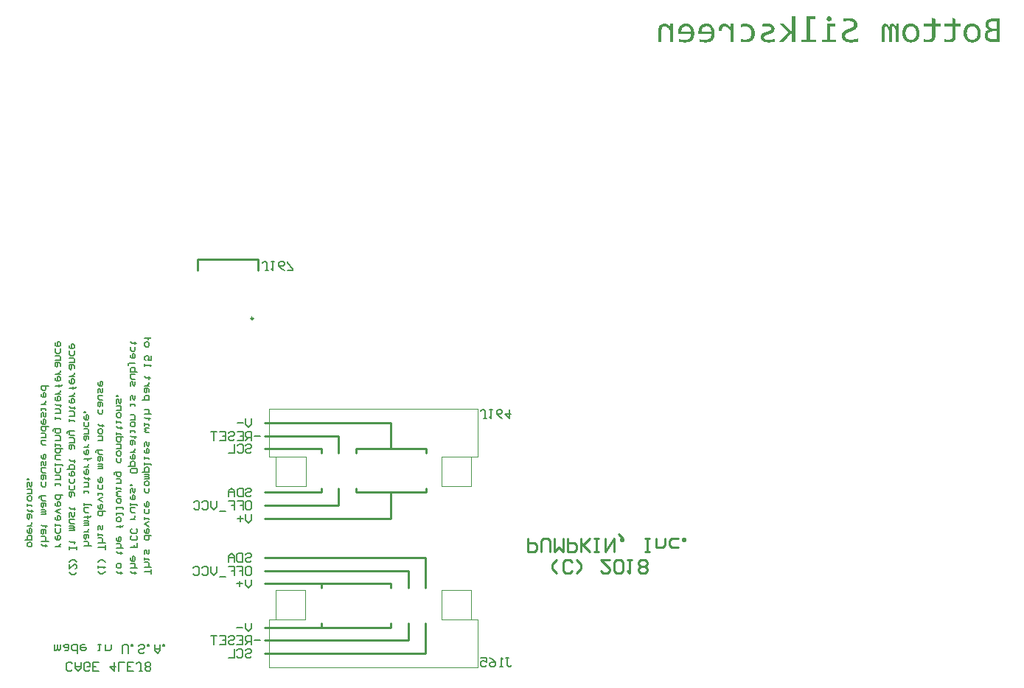
<source format=gbo>
G04*
G04 #@! TF.GenerationSoftware,Altium Limited,Altium Designer,19.1.7 (138)*
G04*
G04 Layer_Color=32896*
%FSLAX25Y25*%
%MOIN*%
G70*
G01*
G75*
%ADD11C,0.01000*%
%ADD13C,0.00787*%
%ADD35C,0.00394*%
%ADD36C,0.00630*%
G36*
X229877Y262681D02*
X230023Y262663D01*
X230114Y262627D01*
X230132Y262608D01*
X230150D01*
X230296Y262536D01*
X230405Y262444D01*
X230478Y262390D01*
X230515Y262353D01*
X230606Y262244D01*
X230679Y262135D01*
X230733Y262043D01*
X230751Y262025D01*
Y262007D01*
X230788Y261861D01*
X230806Y261716D01*
X230824Y261606D01*
Y261588D01*
Y261570D01*
X230806Y261406D01*
X230788Y261260D01*
X230770Y261169D01*
X230751Y261151D01*
Y261133D01*
X230679Y260987D01*
X230606Y260877D01*
X230533Y260805D01*
X230515Y260768D01*
X230387Y260677D01*
X230278Y260604D01*
X230187Y260549D01*
X230150Y260531D01*
X230004Y260495D01*
X229859Y260477D01*
X229749Y260458D01*
X229713D01*
X229549Y260477D01*
X229403Y260495D01*
X229312Y260513D01*
X229275Y260531D01*
X229130Y260604D01*
X229020Y260677D01*
X228948Y260750D01*
X228929Y260768D01*
X228820Y260896D01*
X228747Y261005D01*
X228693Y261096D01*
X228674Y261133D01*
X228620Y261278D01*
X228601Y261424D01*
X228583Y261533D01*
Y261552D01*
Y261570D01*
X228601Y261734D01*
X228620Y261880D01*
X228656Y261971D01*
X228674Y262007D01*
X228747Y262153D01*
X228838Y262262D01*
X228893Y262335D01*
X228929Y262353D01*
X229039Y262463D01*
X229148Y262536D01*
X229239Y262590D01*
X229257Y262608D01*
X229275D01*
X229421Y262663D01*
X229567Y262681D01*
X229676Y262699D01*
X229713D01*
X229877Y262681D01*
D02*
G37*
G36*
X258428Y259383D02*
X258592Y259347D01*
X258719Y259311D01*
X258737Y259292D01*
X258755D01*
X258920Y259201D01*
X259065Y259110D01*
X259174Y259037D01*
X259193Y259019D01*
X259211Y259001D01*
X259375Y258837D01*
X259503Y258655D01*
X259557Y258582D01*
X259594Y258527D01*
X259612Y258491D01*
X259630Y258472D01*
X259776Y258217D01*
X259922Y257962D01*
X259976Y257853D01*
X260013Y257762D01*
X260031Y257707D01*
X260049Y257689D01*
X260122Y259256D01*
X261288D01*
Y251020D01*
X259867D01*
Y256304D01*
X259776Y256505D01*
X259685Y256705D01*
X259612Y256869D01*
X259557Y256997D01*
X259503Y257106D01*
X259466Y257179D01*
X259430Y257233D01*
Y257252D01*
X259302Y257488D01*
X259193Y257671D01*
X259120Y257780D01*
X259102Y257817D01*
X258992Y257962D01*
X258901Y258053D01*
X258847Y258108D01*
X258828Y258126D01*
X258737Y258181D01*
X258646Y258199D01*
X258573Y258217D01*
X258555D01*
X258464Y258199D01*
X258391Y258181D01*
X258355Y258163D01*
X258336Y258144D01*
X258282Y258090D01*
X258227Y258017D01*
X258209Y257944D01*
X258191Y257926D01*
X258136Y257798D01*
X258118Y257652D01*
X258100Y257543D01*
Y257507D01*
Y257488D01*
X258081Y257270D01*
X258063Y257033D01*
Y256924D01*
Y256851D01*
Y256796D01*
Y256778D01*
Y251020D01*
X256642D01*
Y256304D01*
X256551Y256486D01*
X256478Y256669D01*
X256405Y256814D01*
X256350Y256942D01*
X256296Y257051D01*
X256259Y257124D01*
X256223Y257179D01*
Y257197D01*
X256095Y257434D01*
X255986Y257634D01*
X255950Y257689D01*
X255913Y257744D01*
X255895Y257762D01*
Y257780D01*
X255786Y257926D01*
X255695Y258035D01*
X255640Y258090D01*
X255622Y258108D01*
X255512Y258181D01*
X255421Y258199D01*
X255348Y258217D01*
X255330D01*
X255239Y258199D01*
X255166Y258181D01*
X255130Y258163D01*
X255112Y258144D01*
X255057Y258090D01*
X255002Y258017D01*
X254984Y257962D01*
X254966Y257944D01*
X254911Y257817D01*
X254893Y257689D01*
X254875Y257580D01*
Y257561D01*
Y257543D01*
X254856Y257343D01*
X254838Y257142D01*
Y257051D01*
Y256997D01*
Y256942D01*
Y256924D01*
Y251020D01*
X253417D01*
Y257015D01*
X253435Y257434D01*
X253490Y257798D01*
X253563Y258126D01*
X253654Y258400D01*
X253781Y258618D01*
X253909Y258819D01*
X254055Y258983D01*
X254201Y259110D01*
X254346Y259201D01*
X254492Y259274D01*
X254620Y259329D01*
X254747Y259365D01*
X254838Y259383D01*
X254911Y259402D01*
X254984D01*
X255221Y259383D01*
X255421Y259347D01*
X255494Y259311D01*
X255549Y259292D01*
X255585Y259274D01*
X255603D01*
X255786Y259165D01*
X255931Y259055D01*
X256041Y258964D01*
X256059Y258946D01*
X256077Y258928D01*
X256223Y258746D01*
X256350Y258563D01*
X256405Y258491D01*
X256442Y258418D01*
X256478Y258381D01*
Y258363D01*
X256606Y258108D01*
X256733Y257871D01*
X256788Y257762D01*
X256824Y257689D01*
X256842Y257634D01*
X256861Y257616D01*
X256879Y257944D01*
X256915Y258217D01*
X256970Y258436D01*
X257025Y258636D01*
X257098Y258782D01*
X257152Y258892D01*
X257189Y258946D01*
X257207Y258964D01*
X257353Y259110D01*
X257517Y259219D01*
X257681Y259292D01*
X257844Y259347D01*
X257990Y259383D01*
X258118Y259402D01*
X258227D01*
X258428Y259383D01*
D02*
G37*
G36*
X214335Y251020D02*
X212914D01*
Y255430D01*
X209069Y251020D01*
X207102D01*
X211183Y255448D01*
X207320Y259256D01*
X209215D01*
X212914Y255484D01*
Y262608D01*
X214335D01*
Y251020D01*
D02*
G37*
G36*
X192253Y259347D02*
X192562Y259311D01*
X192854Y259274D01*
X193109Y259219D01*
X193309Y259146D01*
X193473Y259110D01*
X193564Y259074D01*
X193601Y259055D01*
X193874Y258928D01*
X194129Y258782D01*
X194348Y258636D01*
X194548Y258509D01*
X194694Y258381D01*
X194822Y258272D01*
X194894Y258199D01*
X194913Y258181D01*
X195113Y257962D01*
X195277Y257725D01*
X195423Y257507D01*
X195550Y257288D01*
X195641Y257106D01*
X195714Y256942D01*
X195751Y256851D01*
X195769Y256833D01*
Y256814D01*
X195860Y256523D01*
X195933Y256213D01*
X195988Y255903D01*
X196024Y255630D01*
X196042Y255393D01*
X196061Y255211D01*
Y255138D01*
Y255083D01*
Y255065D01*
Y255047D01*
X196042Y254683D01*
X196024Y254337D01*
X195969Y254009D01*
X195896Y253717D01*
X195824Y253444D01*
X195732Y253189D01*
X195641Y252952D01*
X195532Y252751D01*
X195441Y252569D01*
X195350Y252405D01*
X195259Y252278D01*
X195186Y252168D01*
X195113Y252077D01*
X195058Y252023D01*
X195040Y251986D01*
X195022Y251968D01*
X194822Y251786D01*
X194585Y251622D01*
X194348Y251476D01*
X194111Y251367D01*
X193856Y251257D01*
X193601Y251166D01*
X193127Y251039D01*
X192890Y251002D01*
X192690Y250966D01*
X192508Y250947D01*
X192344Y250929D01*
X192198Y250911D01*
X192016D01*
X191560Y250929D01*
X191341Y250947D01*
X191159Y250966D01*
X191014Y250984D01*
X190904Y251002D01*
X190813Y251020D01*
X190795D01*
X190376Y251112D01*
X190175Y251166D01*
X189993Y251203D01*
X189848Y251257D01*
X189738Y251294D01*
X189665Y251330D01*
X189647D01*
Y252660D01*
X190030Y252478D01*
X190212Y252405D01*
X190358Y252350D01*
X190503Y252314D01*
X190613Y252278D01*
X190686Y252259D01*
X190704D01*
X191105Y252186D01*
X191305Y252168D01*
X191469Y252150D01*
X191615Y252132D01*
X191833D01*
X192289Y252168D01*
X192690Y252241D01*
X193036Y252369D01*
X193327Y252496D01*
X193564Y252624D01*
X193728Y252751D01*
X193819Y252824D01*
X193856Y252861D01*
X194093Y253170D01*
X194275Y253517D01*
X194384Y253899D01*
X194475Y254245D01*
X194530Y254573D01*
X194548Y254719D01*
Y254847D01*
X194566Y254938D01*
Y255011D01*
Y255065D01*
Y255083D01*
X194548Y255357D01*
X194530Y255594D01*
X194494Y255812D01*
X194457Y256013D01*
X194421Y256158D01*
X194402Y256286D01*
X194366Y256359D01*
Y256377D01*
X194275Y256577D01*
X194184Y256760D01*
X194093Y256924D01*
X193983Y257069D01*
X193911Y257179D01*
X193838Y257252D01*
X193801Y257306D01*
X193783Y257325D01*
X193637Y257470D01*
X193491Y257580D01*
X193346Y257689D01*
X193218Y257780D01*
X193109Y257835D01*
X192999Y257889D01*
X192945Y257926D01*
X192927D01*
X192744Y257999D01*
X192562Y258053D01*
X192380Y258090D01*
X192216Y258126D01*
X192088D01*
X191979Y258144D01*
X191888D01*
X191451Y258126D01*
X191269Y258108D01*
X191086Y258090D01*
X190941Y258053D01*
X190831Y258035D01*
X190758Y258017D01*
X190740D01*
X190339Y257908D01*
X190157Y257835D01*
X189993Y257762D01*
X189848Y257707D01*
X189738Y257652D01*
X189665Y257634D01*
X189647Y257616D01*
Y258983D01*
X190030Y259110D01*
X190212Y259165D01*
X190376Y259201D01*
X190522Y259238D01*
X190631Y259256D01*
X190704Y259274D01*
X190722D01*
X191141Y259329D01*
X191341Y259347D01*
X191542D01*
X191688Y259365D01*
X191925D01*
X192253Y259347D01*
D02*
G37*
G36*
X286924Y261515D02*
Y259256D01*
X289219D01*
Y258053D01*
X286924D01*
Y253753D01*
X286887Y253243D01*
X286796Y252806D01*
X286687Y252442D01*
X286541Y252132D01*
X286395Y251895D01*
X286286Y251731D01*
X286195Y251640D01*
X286158Y251604D01*
X286013Y251476D01*
X285830Y251367D01*
X285466Y251203D01*
X285083Y251075D01*
X284719Y251002D01*
X284373Y250948D01*
X284227Y250929D01*
X284100D01*
X283990Y250911D01*
X283844D01*
X283462Y250929D01*
X283280D01*
X283134Y250948D01*
X282988D01*
X282897Y250966D01*
X282806D01*
X282423Y251020D01*
X282259Y251039D01*
X282095Y251075D01*
X281968Y251093D01*
X281877Y251112D01*
X281804Y251130D01*
X281786D01*
Y252369D01*
X282150Y252278D01*
X282314Y252241D01*
X282460Y252223D01*
X282587Y252186D01*
X282678D01*
X282751Y252168D01*
X282769D01*
X283097Y252132D01*
X283261D01*
X283389Y252114D01*
X283644D01*
X283972Y252132D01*
X284245Y252186D01*
X284482Y252259D01*
X284682Y252332D01*
X284828Y252405D01*
X284938Y252478D01*
X285011Y252533D01*
X285029Y252551D01*
X285193Y252733D01*
X285302Y252934D01*
X285393Y253152D01*
X285448Y253371D01*
X285484Y253571D01*
X285502Y253717D01*
Y253826D01*
Y253844D01*
Y253863D01*
Y258053D01*
X281786D01*
Y259256D01*
X285502D01*
Y261898D01*
X286924Y261515D01*
D02*
G37*
G36*
X277686Y261515D02*
Y259256D01*
X279982Y259256D01*
Y258053D01*
X277686Y258053D01*
Y253753D01*
X277650Y253243D01*
X277558Y252806D01*
X277449Y252442D01*
X277304Y252132D01*
X277158Y251895D01*
X277048Y251731D01*
X276957Y251640D01*
X276921Y251604D01*
X276775Y251476D01*
X276593Y251367D01*
X276228Y251203D01*
X275846Y251075D01*
X275481Y251002D01*
X275135Y250948D01*
X274990Y250929D01*
X274862D01*
X274753Y250911D01*
X274607D01*
X274224Y250929D01*
X274042D01*
X273896Y250948D01*
X273751D01*
X273659Y250966D01*
X273568D01*
X273186Y251020D01*
X273022Y251039D01*
X272858Y251075D01*
X272730Y251093D01*
X272639Y251112D01*
X272566Y251130D01*
X272548D01*
Y252369D01*
X272912Y252278D01*
X273076Y252241D01*
X273222Y252223D01*
X273350Y252186D01*
X273441D01*
X273514Y252168D01*
X273532D01*
X273860Y252132D01*
X274024D01*
X274151Y252114D01*
X274407D01*
X274734Y252132D01*
X275008Y252186D01*
X275245Y252259D01*
X275445Y252332D01*
X275591Y252405D01*
X275700Y252478D01*
X275773Y252533D01*
X275791Y252551D01*
X275955Y252733D01*
X276064Y252934D01*
X276156Y253152D01*
X276210Y253371D01*
X276247Y253571D01*
X276265Y253717D01*
Y253826D01*
Y253844D01*
Y253863D01*
Y258053D01*
X272548D01*
Y259256D01*
X276265D01*
Y261898D01*
X277686Y261515D01*
D02*
G37*
G36*
X174506Y259383D02*
X174798Y259347D01*
X175071Y259292D01*
X175308Y259238D01*
X175490Y259165D01*
X175636Y259110D01*
X175727Y259074D01*
X175763Y259055D01*
X176019Y258910D01*
X176237Y258764D01*
X176437Y258600D01*
X176620Y258454D01*
X176747Y258308D01*
X176857Y258199D01*
X176929Y258126D01*
X176948Y258108D01*
X177112Y257889D01*
X177257Y257652D01*
X177385Y257416D01*
X177494Y257215D01*
X177567Y257015D01*
X177622Y256869D01*
X177658Y256778D01*
X177676Y256760D01*
Y256741D01*
X177749Y256450D01*
X177804Y256158D01*
X177859Y255885D01*
X177877Y255648D01*
X177895Y255430D01*
X177913Y255266D01*
Y255156D01*
Y255138D01*
Y255120D01*
X177895Y254755D01*
X177877Y254409D01*
X177840Y254118D01*
X177804Y253844D01*
X177768Y253626D01*
X177731Y253462D01*
X177695Y253353D01*
Y253334D01*
Y253316D01*
X177604Y253043D01*
X177476Y252769D01*
X177367Y252551D01*
X177239Y252350D01*
X177130Y252205D01*
X177039Y252077D01*
X176984Y252004D01*
X176966Y251986D01*
X176766Y251786D01*
X176565Y251622D01*
X176346Y251476D01*
X176146Y251367D01*
X175982Y251275D01*
X175836Y251203D01*
X175745Y251166D01*
X175709Y251148D01*
X175417Y251057D01*
X175108Y250984D01*
X174798Y250947D01*
X174506Y250911D01*
X174269Y250893D01*
X174069Y250875D01*
X173595D01*
X173322Y250893D01*
X173067Y250911D01*
X172830Y250929D01*
X172648Y250947D01*
X172502Y250966D01*
X172411Y250984D01*
X172374D01*
X172101Y251020D01*
X171846Y251057D01*
X171627Y251112D01*
X171427Y251148D01*
X171263Y251184D01*
X171154Y251221D01*
X171063Y251239D01*
X171044D01*
Y252405D01*
X171245Y252350D01*
X171445Y252314D01*
X171518Y252296D01*
X171573Y252278D01*
X171609Y252259D01*
X171627D01*
X171864Y252223D01*
X172065Y252186D01*
X172156Y252168D01*
X172229D01*
X172265Y252150D01*
X172283D01*
X172520Y252132D01*
X172757Y252095D01*
X172848D01*
X172921Y252077D01*
X172976D01*
X173231Y252059D01*
X173686D01*
X174160Y252095D01*
X174561Y252168D01*
X174907Y252278D01*
X175199Y252405D01*
X175435Y252515D01*
X175599Y252624D01*
X175690Y252697D01*
X175727Y252733D01*
X175964Y253006D01*
X176128Y253316D01*
X176255Y253644D01*
X176328Y253954D01*
X176383Y254245D01*
X176401Y254373D01*
Y254482D01*
X176419Y254555D01*
Y254628D01*
Y254664D01*
Y254683D01*
X170644D01*
X170625Y254810D01*
Y254920D01*
Y255011D01*
Y255047D01*
X170607Y255229D01*
Y255393D01*
Y255466D01*
Y255521D01*
Y255557D01*
Y255575D01*
X170625Y255903D01*
X170644Y256195D01*
X170680Y256450D01*
X170717Y256687D01*
X170771Y256869D01*
X170808Y257015D01*
X170826Y257106D01*
X170844Y257142D01*
X170935Y257397D01*
X171044Y257634D01*
X171172Y257835D01*
X171281Y258017D01*
X171372Y258144D01*
X171464Y258254D01*
X171518Y258327D01*
X171536Y258345D01*
X171719Y258527D01*
X171901Y258691D01*
X172101Y258819D01*
X172265Y258928D01*
X172429Y259019D01*
X172557Y259074D01*
X172629Y259110D01*
X172666Y259128D01*
X172921Y259219D01*
X173176Y259292D01*
X173431Y259329D01*
X173668Y259365D01*
X173869Y259383D01*
X174032Y259402D01*
X174178D01*
X174506Y259383D01*
D02*
G37*
G36*
X165269D02*
X165560Y259347D01*
X165833Y259292D01*
X166070Y259238D01*
X166253Y259165D01*
X166398Y259110D01*
X166489Y259074D01*
X166526Y259055D01*
X166781Y258910D01*
X167000Y258764D01*
X167200Y258600D01*
X167382Y258454D01*
X167510Y258308D01*
X167619Y258199D01*
X167692Y258126D01*
X167710Y258108D01*
X167874Y257889D01*
X168020Y257652D01*
X168147Y257416D01*
X168257Y257215D01*
X168330Y257015D01*
X168384Y256869D01*
X168421Y256778D01*
X168439Y256760D01*
Y256741D01*
X168512Y256450D01*
X168567Y256158D01*
X168621Y255885D01*
X168639Y255648D01*
X168658Y255430D01*
X168676Y255266D01*
Y255156D01*
Y255138D01*
Y255120D01*
X168658Y254755D01*
X168639Y254409D01*
X168603Y254118D01*
X168567Y253844D01*
X168530Y253626D01*
X168494Y253462D01*
X168457Y253353D01*
Y253334D01*
Y253316D01*
X168366Y253043D01*
X168238Y252769D01*
X168129Y252551D01*
X168002Y252350D01*
X167892Y252205D01*
X167801Y252077D01*
X167747Y252004D01*
X167728Y251986D01*
X167528Y251786D01*
X167327Y251622D01*
X167109Y251476D01*
X166909Y251367D01*
X166744Y251275D01*
X166599Y251203D01*
X166508Y251166D01*
X166471Y251148D01*
X166180Y251057D01*
X165870Y250984D01*
X165560Y250947D01*
X165269Y250911D01*
X165032Y250893D01*
X164831Y250875D01*
X164358D01*
X164084Y250893D01*
X163829Y250911D01*
X163592Y250929D01*
X163410Y250947D01*
X163265Y250966D01*
X163173Y250984D01*
X163137D01*
X162864Y251020D01*
X162609Y251057D01*
X162390Y251112D01*
X162189Y251148D01*
X162025Y251184D01*
X161916Y251221D01*
X161825Y251239D01*
X161807D01*
Y252405D01*
X162007Y252350D01*
X162208Y252314D01*
X162281Y252296D01*
X162335Y252278D01*
X162372Y252259D01*
X162390D01*
X162627Y252223D01*
X162827Y252186D01*
X162918Y252168D01*
X162991D01*
X163028Y252150D01*
X163046D01*
X163283Y252132D01*
X163520Y252095D01*
X163611D01*
X163683Y252077D01*
X163738D01*
X163993Y252059D01*
X164449D01*
X164922Y252095D01*
X165323Y252168D01*
X165670Y252278D01*
X165961Y252405D01*
X166198Y252515D01*
X166362Y252624D01*
X166453Y252697D01*
X166489Y252733D01*
X166726Y253006D01*
X166890Y253316D01*
X167018Y253644D01*
X167091Y253954D01*
X167145Y254245D01*
X167164Y254373D01*
Y254482D01*
X167182Y254555D01*
Y254628D01*
Y254664D01*
Y254683D01*
X161406Y254683D01*
X161388Y254810D01*
Y254920D01*
Y255011D01*
Y255047D01*
X161370Y255229D01*
Y255393D01*
Y255466D01*
Y255521D01*
Y255557D01*
Y255575D01*
X161388Y255903D01*
X161406Y256195D01*
X161442Y256450D01*
X161479Y256687D01*
X161534Y256869D01*
X161570Y257015D01*
X161588Y257106D01*
X161606Y257142D01*
X161698Y257397D01*
X161807Y257634D01*
X161934Y257835D01*
X162044Y258017D01*
X162135Y258144D01*
X162226Y258254D01*
X162281Y258327D01*
X162299Y258345D01*
X162481Y258527D01*
X162663Y258691D01*
X162864Y258819D01*
X163028Y258928D01*
X163192Y259019D01*
X163319Y259074D01*
X163392Y259110D01*
X163428Y259128D01*
X163683Y259219D01*
X163939Y259292D01*
X164194Y259329D01*
X164430Y259365D01*
X164631Y259383D01*
X164795Y259402D01*
X164941D01*
X165269Y259383D01*
D02*
G37*
G36*
X306911Y251020D02*
X304160D01*
X303814Y251039D01*
X303486Y251057D01*
X303194Y251093D01*
X302939Y251130D01*
X302739Y251166D01*
X302575Y251184D01*
X302484Y251221D01*
X302447D01*
X302155Y251312D01*
X301901Y251403D01*
X301682Y251512D01*
X301481Y251622D01*
X301336Y251695D01*
X301208Y251767D01*
X301135Y251822D01*
X301117Y251840D01*
X300917Y252004D01*
X300753Y252168D01*
X300607Y252350D01*
X300498Y252496D01*
X300406Y252642D01*
X300333Y252751D01*
X300297Y252824D01*
X300279Y252842D01*
X300169Y253079D01*
X300097Y253316D01*
X300042Y253553D01*
X300006Y253753D01*
X299987Y253954D01*
X299969Y254100D01*
Y254191D01*
Y254227D01*
X300006Y254592D01*
X300024Y254755D01*
X300060Y254901D01*
X300097Y255011D01*
X300115Y255102D01*
X300151Y255156D01*
Y255175D01*
X300297Y255484D01*
X300370Y255612D01*
X300443Y255721D01*
X300498Y255794D01*
X300552Y255867D01*
X300589Y255903D01*
X300607Y255922D01*
X300826Y256140D01*
X301044Y256286D01*
X301135Y256359D01*
X301208Y256395D01*
X301263Y256432D01*
X301281D01*
X301572Y256559D01*
X301828Y256650D01*
X301937Y256669D01*
X302028Y256687D01*
X302083Y256705D01*
X302101D01*
X301773Y256833D01*
X301500Y256978D01*
X301263Y257142D01*
X301080Y257288D01*
X300953Y257416D01*
X300844Y257525D01*
X300789Y257616D01*
X300771Y257634D01*
X300625Y257871D01*
X300534Y258126D01*
X300461Y258381D01*
X300406Y258618D01*
X300370Y258819D01*
X300352Y258983D01*
Y259092D01*
Y259110D01*
Y259128D01*
X300370Y259365D01*
X300388Y259584D01*
X300498Y259985D01*
X300680Y260331D01*
X300898Y260641D01*
X301172Y260896D01*
X301463Y261096D01*
X301791Y261278D01*
X302119Y261406D01*
X302447Y261515D01*
X302775Y261588D01*
X303066Y261661D01*
X303340Y261697D01*
X303558Y261716D01*
X303741Y261734D01*
X306911D01*
Y251020D01*
D02*
G37*
G36*
X232628Y258072D02*
X230205D01*
Y252205D01*
X232901D01*
Y251020D01*
X226306D01*
Y252205D01*
X228765D01*
Y259256D01*
X232628D01*
Y258072D01*
D02*
G37*
G36*
X223391Y261442D02*
X220967Y261442D01*
Y252205D01*
X223664Y252205D01*
Y251020D01*
X217068Y251020D01*
Y252205D01*
X219528D01*
Y262608D01*
X223391Y262608D01*
Y261442D01*
D02*
G37*
G36*
X182541Y259383D02*
X182796Y259347D01*
X183051Y259274D01*
X183252Y259201D01*
X183452Y259128D01*
X183580Y259055D01*
X183671Y259019D01*
X183707Y259001D01*
X183981Y258837D01*
X184236Y258636D01*
X184473Y258418D01*
X184691Y258217D01*
X184873Y258017D01*
X185019Y257871D01*
X185110Y257762D01*
X185147Y257744D01*
Y257725D01*
X185183Y259256D01*
X186477D01*
Y251020D01*
X185037D01*
Y256304D01*
X184892Y256486D01*
X184764Y256650D01*
X184636Y256778D01*
X184527Y256906D01*
X184436Y257015D01*
X184363Y257088D01*
X184327Y257124D01*
X184309Y257142D01*
X184054Y257379D01*
X183853Y257580D01*
X183762Y257634D01*
X183707Y257689D01*
X183671Y257707D01*
X183653Y257725D01*
X183434Y257871D01*
X183234Y257980D01*
X183161Y258017D01*
X183106Y258035D01*
X183070Y258053D01*
X183051D01*
X182833Y258126D01*
X182650Y258144D01*
X182596Y258163D01*
X182487D01*
X182250Y258144D01*
X182049Y258090D01*
X181885Y257999D01*
X181740Y257926D01*
X181630Y257835D01*
X181539Y257744D01*
X181503Y257689D01*
X181484Y257671D01*
X181375Y257470D01*
X181284Y257215D01*
X181229Y256960D01*
X181193Y256705D01*
X181175Y256486D01*
X181157Y256304D01*
Y256231D01*
Y256177D01*
Y256140D01*
Y256122D01*
X179717D01*
Y256414D01*
X179735Y256687D01*
X179754Y256942D01*
X179790Y257197D01*
X179845Y257416D01*
X179899Y257616D01*
X179954Y257780D01*
X180009Y257944D01*
X180063Y258090D01*
X180136Y258217D01*
X180191Y258327D01*
X180227Y258418D01*
X180282Y258472D01*
X180300Y258527D01*
X180337Y258563D01*
X180464Y258709D01*
X180610Y258837D01*
X180920Y259055D01*
X181229Y259201D01*
X181539Y259292D01*
X181831Y259365D01*
X181958Y259383D01*
X182049D01*
X182140Y259402D01*
X182268D01*
X182541Y259383D01*
D02*
G37*
G36*
X155321Y259383D02*
X155557Y259365D01*
X155649Y259347D01*
X155721D01*
X155758Y259329D01*
X155776D01*
X156013Y259256D01*
X156231Y259183D01*
X156304Y259128D01*
X156377Y259110D01*
X156414Y259074D01*
X156432D01*
X156669Y258928D01*
X156869Y258782D01*
X156960Y258728D01*
X157033Y258673D01*
X157070Y258636D01*
X157088Y258618D01*
X157325Y258400D01*
X157562Y258163D01*
X157653Y258071D01*
X157726Y257999D01*
X157762Y257944D01*
X157780Y257926D01*
X157835Y259256D01*
X159092D01*
Y251020D01*
X157671D01*
Y256468D01*
X157525Y256650D01*
X157398Y256796D01*
X157288Y256942D01*
X157179Y257069D01*
X157088Y257161D01*
X157033Y257233D01*
X156997Y257270D01*
X156979Y257288D01*
X156742Y257507D01*
X156560Y257671D01*
X156487Y257725D01*
X156432Y257762D01*
X156395Y257798D01*
X156377D01*
X156177Y257926D01*
X156013Y258017D01*
X155904Y258053D01*
X155885Y258071D01*
X155867D01*
X155685Y258126D01*
X155503Y258144D01*
X155430Y258163D01*
X155339D01*
X155084Y258144D01*
X154865Y258090D01*
X154683Y258017D01*
X154537Y257926D01*
X154410Y257835D01*
X154337Y257762D01*
X154282Y257707D01*
X154264Y257689D01*
X154136Y257507D01*
X154045Y257270D01*
X153990Y257033D01*
X153936Y256814D01*
X153918Y256596D01*
X153899Y256432D01*
Y256359D01*
Y256304D01*
Y256286D01*
Y256268D01*
Y251020D01*
X152478D01*
Y256377D01*
X152515Y256906D01*
X152588Y257361D01*
X152679Y257762D01*
X152806Y258071D01*
X152934Y258327D01*
X153025Y258491D01*
X153098Y258600D01*
X153134Y258636D01*
X153407Y258891D01*
X153717Y259074D01*
X154027Y259219D01*
X154337Y259311D01*
X154628Y259365D01*
X154756Y259383D01*
X154847D01*
X154938Y259402D01*
X155066D01*
X155321Y259383D01*
D02*
G37*
G36*
X294631Y259383D02*
X294940Y259347D01*
X295214Y259292D01*
X295469Y259238D01*
X295669Y259183D01*
X295815Y259128D01*
X295906Y259092D01*
X295942Y259074D01*
X296198Y258946D01*
X296434Y258800D01*
X296653Y258655D01*
X296835Y258509D01*
X296981Y258381D01*
X297090Y258272D01*
X297163Y258199D01*
X297182Y258181D01*
X297364Y257962D01*
X297509Y257725D01*
X297655Y257507D01*
X297764Y257288D01*
X297856Y257106D01*
X297910Y256942D01*
X297947Y256851D01*
X297965Y256833D01*
Y256814D01*
X298056Y256523D01*
X298111Y256213D01*
X298165Y255922D01*
X298184Y255648D01*
X298202Y255430D01*
X298220Y255247D01*
Y255175D01*
Y255120D01*
Y255102D01*
Y255083D01*
X298202Y254719D01*
X298184Y254373D01*
X298147Y254063D01*
X298093Y253790D01*
X298038Y253571D01*
X298001Y253407D01*
X297983Y253298D01*
X297965Y253280D01*
Y253261D01*
X297856Y252988D01*
X297746Y252733D01*
X297619Y252496D01*
X297509Y252314D01*
X297400Y252150D01*
X297309Y252041D01*
X297254Y251968D01*
X297236Y251950D01*
X297036Y251767D01*
X296835Y251604D01*
X296653Y251458D01*
X296453Y251348D01*
X296289Y251257D01*
X296161Y251203D01*
X296088Y251166D01*
X296052Y251148D01*
X295778Y251057D01*
X295505Y250984D01*
X295232Y250948D01*
X294977Y250911D01*
X294776Y250893D01*
X294594Y250875D01*
X294448D01*
X294102Y250893D01*
X293793Y250929D01*
X293519Y250966D01*
X293264Y251039D01*
X293064Y251093D01*
X292918Y251130D01*
X292827Y251166D01*
X292791Y251184D01*
X292535Y251312D01*
X292280Y251458D01*
X292080Y251604D01*
X291898Y251731D01*
X291752Y251859D01*
X291643Y251968D01*
X291570Y252041D01*
X291551Y252059D01*
X291369Y252278D01*
X291205Y252515D01*
X291078Y252751D01*
X290968Y252970D01*
X290877Y253152D01*
X290823Y253298D01*
X290786Y253389D01*
X290768Y253426D01*
X290677Y253735D01*
X290604Y254045D01*
X290568Y254337D01*
X290531Y254610D01*
X290513Y254847D01*
X290495Y255029D01*
Y255102D01*
Y255156D01*
Y255175D01*
Y255193D01*
X290513Y255557D01*
X290531Y255903D01*
X290586Y256213D01*
X290622Y256486D01*
X290677Y256687D01*
X290732Y256851D01*
X290750Y256960D01*
X290768Y256997D01*
X290877Y257270D01*
X290987Y257525D01*
X291114Y257762D01*
X291242Y257944D01*
X291351Y258108D01*
X291442Y258217D01*
X291497Y258290D01*
X291515Y258308D01*
X291697Y258491D01*
X291898Y258655D01*
X292098Y258800D01*
X292280Y258910D01*
X292444Y259001D01*
X292572Y259055D01*
X292663Y259092D01*
X292699Y259110D01*
X292973Y259201D01*
X293246Y259274D01*
X293501Y259329D01*
X293756Y259365D01*
X293956Y259383D01*
X294139Y259402D01*
X294285D01*
X294631Y259383D01*
D02*
G37*
G36*
X266918Y259383D02*
X267228Y259347D01*
X267501Y259292D01*
X267756Y259238D01*
X267957Y259183D01*
X268102Y259128D01*
X268193Y259092D01*
X268230Y259074D01*
X268485Y258946D01*
X268722Y258800D01*
X268940Y258655D01*
X269123Y258509D01*
X269268Y258381D01*
X269378Y258272D01*
X269451Y258199D01*
X269469Y258181D01*
X269651Y257962D01*
X269797Y257725D01*
X269943Y257507D01*
X270052Y257288D01*
X270143Y257106D01*
X270198Y256942D01*
X270234Y256851D01*
X270252Y256833D01*
Y256814D01*
X270343Y256523D01*
X270398Y256213D01*
X270453Y255922D01*
X270471Y255648D01*
X270489Y255430D01*
X270507Y255247D01*
Y255175D01*
Y255120D01*
Y255102D01*
Y255083D01*
X270489Y254719D01*
X270471Y254373D01*
X270434Y254063D01*
X270380Y253790D01*
X270325Y253571D01*
X270289Y253407D01*
X270270Y253298D01*
X270252Y253280D01*
Y253261D01*
X270143Y252988D01*
X270034Y252733D01*
X269906Y252496D01*
X269797Y252314D01*
X269688Y252150D01*
X269596Y252041D01*
X269542Y251968D01*
X269524Y251950D01*
X269323Y251767D01*
X269123Y251604D01*
X268940Y251458D01*
X268740Y251348D01*
X268576Y251257D01*
X268448Y251203D01*
X268376Y251166D01*
X268339Y251148D01*
X268066Y251057D01*
X267793Y250984D01*
X267519Y250948D01*
X267264Y250911D01*
X267064Y250893D01*
X266882Y250875D01*
X266736D01*
X266390Y250893D01*
X266080Y250929D01*
X265807Y250966D01*
X265551Y251039D01*
X265351Y251093D01*
X265205Y251130D01*
X265114Y251166D01*
X265078Y251184D01*
X264823Y251312D01*
X264568Y251458D01*
X264367Y251604D01*
X264185Y251731D01*
X264039Y251859D01*
X263930Y251968D01*
X263857Y252041D01*
X263839Y252059D01*
X263657Y252278D01*
X263493Y252515D01*
X263365Y252751D01*
X263256Y252970D01*
X263165Y253152D01*
X263110Y253298D01*
X263074Y253389D01*
X263055Y253426D01*
X262964Y253735D01*
X262891Y254045D01*
X262855Y254337D01*
X262819Y254610D01*
X262800Y254847D01*
X262782Y255029D01*
Y255102D01*
Y255156D01*
Y255175D01*
Y255193D01*
X262800Y255557D01*
X262819Y255903D01*
X262873Y256213D01*
X262910Y256486D01*
X262964Y256687D01*
X263019Y256851D01*
X263037Y256960D01*
X263055Y256997D01*
X263165Y257270D01*
X263274Y257525D01*
X263402Y257762D01*
X263529Y257944D01*
X263638Y258108D01*
X263730Y258217D01*
X263784Y258290D01*
X263802Y258308D01*
X263985Y258491D01*
X264185Y258655D01*
X264386Y258800D01*
X264568Y258910D01*
X264732Y259001D01*
X264859Y259055D01*
X264950Y259092D01*
X264987Y259110D01*
X265260Y259201D01*
X265533Y259274D01*
X265788Y259329D01*
X266043Y259365D01*
X266244Y259383D01*
X266426Y259402D01*
X266572D01*
X266918Y259383D01*
D02*
G37*
G36*
X238896Y261880D02*
X239242Y261861D01*
X239552Y261825D01*
X239825Y261770D01*
X240044Y261716D01*
X240189Y261679D01*
X240299Y261661D01*
X240335Y261643D01*
X240608Y261533D01*
X240845Y261424D01*
X241064Y261315D01*
X241228Y261205D01*
X241374Y261114D01*
X241483Y261041D01*
X241556Y260987D01*
X241574Y260969D01*
X241738Y260805D01*
X241884Y260641D01*
X242011Y260477D01*
X242102Y260331D01*
X242175Y260203D01*
X242248Y260112D01*
X242266Y260039D01*
X242285Y260021D01*
X242357Y259821D01*
X242412Y259620D01*
X242449Y259438D01*
X242467Y259274D01*
X242485Y259128D01*
X242503Y259019D01*
Y258946D01*
Y258928D01*
X242485Y258709D01*
X242467Y258491D01*
X242430Y258308D01*
X242376Y258144D01*
X242339Y258017D01*
X242303Y257926D01*
X242285Y257853D01*
X242266Y257835D01*
X242066Y257525D01*
X241957Y257379D01*
X241865Y257270D01*
X241774Y257161D01*
X241702Y257088D01*
X241665Y257051D01*
X241647Y257033D01*
X241337Y256796D01*
X241173Y256705D01*
X241046Y256614D01*
X240918Y256541D01*
X240827Y256505D01*
X240754Y256468D01*
X240736Y256450D01*
X240353Y256268D01*
X240189Y256195D01*
X240025Y256122D01*
X239898Y256067D01*
X239807Y256013D01*
X239734Y255995D01*
X239716Y255976D01*
X239333Y255831D01*
X239151Y255758D01*
X239005Y255703D01*
X238859Y255648D01*
X238768Y255612D01*
X238695Y255594D01*
X238677Y255575D01*
X238313Y255412D01*
X238167Y255339D01*
X238039Y255266D01*
X237930Y255211D01*
X237857Y255156D01*
X237803Y255138D01*
X237784Y255120D01*
X237511Y254938D01*
X237402Y254847D01*
X237311Y254755D01*
X237238Y254683D01*
X237183Y254628D01*
X237165Y254592D01*
X237147Y254573D01*
X237055Y254446D01*
X237001Y254337D01*
X236928Y254100D01*
X236910Y253990D01*
X236892Y253917D01*
Y253863D01*
Y253844D01*
X236910Y253571D01*
X236928Y253444D01*
X236964Y253334D01*
X236983Y253243D01*
X237019Y253170D01*
X237037Y253134D01*
Y253116D01*
X237165Y252897D01*
X237329Y252733D01*
X237402Y252678D01*
X237456Y252624D01*
X237493Y252606D01*
X237511Y252587D01*
X237766Y252460D01*
X238021Y252350D01*
X238149Y252332D01*
X238222Y252296D01*
X238294Y252278D01*
X238313D01*
X238513Y252241D01*
X238714Y252223D01*
X238914Y252186D01*
X239096D01*
X239260Y252168D01*
X239880D01*
X240208Y252186D01*
X240499Y252205D01*
X240754Y252241D01*
X240973Y252259D01*
X241137Y252278D01*
X241228Y252296D01*
X241264D01*
X241538Y252350D01*
X241793Y252405D01*
X242030Y252460D01*
X242230Y252533D01*
X242394Y252587D01*
X242522Y252624D01*
X242594Y252642D01*
X242631Y252660D01*
Y251257D01*
X242412Y251203D01*
X242212Y251148D01*
X242139Y251130D01*
X242066Y251112D01*
X242030Y251093D01*
X242011D01*
X241756Y251057D01*
X241519Y251020D01*
X241428D01*
X241355Y251002D01*
X241283D01*
X240991Y250966D01*
X240736Y250929D01*
X240627D01*
X240554Y250911D01*
X240481D01*
X240153Y250893D01*
X240025D01*
X239880Y250875D01*
X239278D01*
X238950Y250911D01*
X238659Y250929D01*
X238404Y250966D01*
X238185Y251002D01*
X238021Y251020D01*
X237930Y251057D01*
X237894D01*
X237602Y251130D01*
X237347Y251221D01*
X237128Y251312D01*
X236928Y251403D01*
X236782Y251494D01*
X236655Y251567D01*
X236582Y251604D01*
X236563Y251622D01*
X236363Y251767D01*
X236181Y251931D01*
X236035Y252095D01*
X235908Y252241D01*
X235817Y252369D01*
X235744Y252478D01*
X235707Y252551D01*
X235689Y252569D01*
X235580Y252788D01*
X235507Y253025D01*
X235434Y253261D01*
X235397Y253462D01*
X235379Y253644D01*
X235361Y253790D01*
Y253881D01*
Y253917D01*
X235379Y254154D01*
X235397Y254355D01*
X235434Y254555D01*
X235489Y254719D01*
X235543Y254847D01*
X235580Y254938D01*
X235598Y255011D01*
X235616Y255029D01*
X235817Y255357D01*
X235926Y255503D01*
X236017Y255612D01*
X236108Y255721D01*
X236181Y255794D01*
X236236Y255831D01*
X236254Y255849D01*
X236545Y256086D01*
X236837Y256286D01*
X236964Y256359D01*
X237055Y256414D01*
X237128Y256432D01*
X237147Y256450D01*
X237529Y256632D01*
X237693Y256705D01*
X237857Y256778D01*
X237985Y256833D01*
X238094Y256869D01*
X238167Y256906D01*
X238185D01*
X238568Y257069D01*
X238732Y257142D01*
X238878Y257197D01*
X239023Y257252D01*
X239114Y257288D01*
X239187Y257325D01*
X239205D01*
X239570Y257470D01*
X239716Y257543D01*
X239843Y257616D01*
X239971Y257671D01*
X240044Y257725D01*
X240098Y257744D01*
X240116Y257762D01*
X240371Y257962D01*
X240572Y258144D01*
X240645Y258217D01*
X240700Y258272D01*
X240718Y258308D01*
X240736Y258327D01*
X240809Y258454D01*
X240863Y258582D01*
X240936Y258819D01*
X240955Y258928D01*
X240973Y259001D01*
Y259055D01*
Y259074D01*
X240955Y259329D01*
X240882Y259547D01*
X240791Y259748D01*
X240681Y259912D01*
X240572Y260039D01*
X240481Y260130D01*
X240408Y260185D01*
X240390Y260203D01*
X240135Y260349D01*
X239861Y260458D01*
X239552Y260531D01*
X239242Y260586D01*
X238969Y260622D01*
X238750Y260641D01*
X238549D01*
X238112Y260622D01*
X237894Y260604D01*
X237711Y260586D01*
X237547Y260568D01*
X237438Y260549D01*
X237347Y260531D01*
X237329D01*
X236855Y260458D01*
X236636Y260404D01*
X236454Y260367D01*
X236290Y260331D01*
X236163Y260313D01*
X236090Y260276D01*
X236053D01*
Y261588D01*
X236254Y261625D01*
X236454Y261661D01*
X236527Y261679D01*
X236600Y261697D01*
X236655D01*
X236892Y261734D01*
X237092Y261770D01*
X237165D01*
X237238Y261789D01*
X237292D01*
X237529Y261825D01*
X237730Y261843D01*
X237821Y261861D01*
X237930D01*
X238149Y261880D01*
X238331Y261898D01*
X238513D01*
X238896Y261880D01*
D02*
G37*
G36*
X201964Y259383D02*
X202292Y259365D01*
X202565Y259329D01*
X202802Y259292D01*
X203002Y259238D01*
X203130Y259201D01*
X203221Y259183D01*
X203257Y259165D01*
X203494Y259074D01*
X203695Y258964D01*
X203877Y258873D01*
X204023Y258782D01*
X204132Y258691D01*
X204223Y258618D01*
X204278Y258582D01*
X204296Y258563D01*
X204423Y258436D01*
X204551Y258290D01*
X204642Y258163D01*
X204715Y258053D01*
X204770Y257944D01*
X204806Y257871D01*
X204842Y257817D01*
Y257798D01*
X204934Y257507D01*
X204952Y257379D01*
X204970Y257270D01*
X204988Y257179D01*
Y257106D01*
Y257069D01*
Y257051D01*
Y256869D01*
X204952Y256687D01*
X204934Y256523D01*
X204897Y256395D01*
X204861Y256286D01*
X204842Y256213D01*
X204806Y256158D01*
Y256140D01*
X204642Y255867D01*
X204460Y255666D01*
X204387Y255575D01*
X204314Y255521D01*
X204278Y255484D01*
X204259Y255466D01*
X203986Y255266D01*
X203713Y255120D01*
X203604Y255065D01*
X203512Y255011D01*
X203458Y254992D01*
X203440Y254974D01*
X203075Y254828D01*
X202911Y254774D01*
X202747Y254719D01*
X202620Y254664D01*
X202510Y254646D01*
X202437Y254610D01*
X202419D01*
X202146Y254537D01*
X201927Y254464D01*
X201727Y254391D01*
X201563Y254337D01*
X201417Y254282D01*
X201326Y254245D01*
X201271Y254209D01*
X201253D01*
X201107Y254154D01*
X200962Y254081D01*
X200852Y254027D01*
X200761Y253990D01*
X200707Y253936D01*
X200652Y253917D01*
X200616Y253881D01*
X200470Y253753D01*
X200379Y253644D01*
X200342Y253571D01*
X200324Y253535D01*
X200269Y253407D01*
X200251Y253280D01*
X200233Y253189D01*
Y253170D01*
Y253152D01*
X200251Y252970D01*
X200306Y252806D01*
X200397Y252660D01*
X200488Y252551D01*
X200579Y252460D01*
X200670Y252405D01*
X200725Y252369D01*
X200743Y252350D01*
X200943Y252259D01*
X201180Y252186D01*
X201435Y252150D01*
X201691Y252114D01*
X201909Y252095D01*
X202091Y252077D01*
X202255D01*
X202784Y252095D01*
X203021Y252114D01*
X203239Y252132D01*
X203421D01*
X203549Y252150D01*
X203640Y252168D01*
X203676D01*
X204205Y252259D01*
X204442Y252314D01*
X204660Y252369D01*
X204842Y252423D01*
X204970Y252460D01*
X205061Y252496D01*
X205098D01*
Y251184D01*
X204606Y251075D01*
X204387Y251039D01*
X204168Y251002D01*
X204004Y250984D01*
X203859Y250966D01*
X203786Y250947D01*
X203749D01*
X203203Y250911D01*
X202948Y250893D01*
X202711D01*
X202510Y250875D01*
X202201D01*
X201909Y250893D01*
X201672Y250911D01*
X201563Y250929D01*
X201490D01*
X201435Y250947D01*
X201417D01*
X201126Y251002D01*
X200980Y251020D01*
X200871Y251057D01*
X200779Y251075D01*
X200688Y251093D01*
X200652Y251112D01*
X200634D01*
X200360Y251203D01*
X200142Y251294D01*
X200051Y251348D01*
X199978Y251367D01*
X199941Y251403D01*
X199923D01*
X199686Y251567D01*
X199486Y251713D01*
X199413Y251767D01*
X199358Y251822D01*
X199340Y251840D01*
X199322Y251858D01*
X199158Y252077D01*
X199030Y252278D01*
X198976Y252350D01*
X198939Y252423D01*
X198921Y252460D01*
Y252478D01*
X198830Y252751D01*
X198775Y253006D01*
X198757Y253098D01*
Y253189D01*
Y253243D01*
Y253261D01*
X198775Y253589D01*
X198793Y253717D01*
X198830Y253844D01*
X198848Y253936D01*
X198885Y254027D01*
X198903Y254063D01*
Y254081D01*
X198957Y254209D01*
X199030Y254337D01*
X199176Y254537D01*
X199249Y254610D01*
X199304Y254664D01*
X199340Y254701D01*
X199358Y254719D01*
X199613Y254920D01*
X199869Y255102D01*
X199996Y255156D01*
X200069Y255211D01*
X200142Y255229D01*
X200160Y255247D01*
X200360Y255339D01*
X200561Y255411D01*
X200761Y255503D01*
X200962Y255557D01*
X201144Y255630D01*
X201271Y255666D01*
X201362Y255685D01*
X201399Y255703D01*
X201636Y255776D01*
X201836Y255831D01*
X202018Y255885D01*
X202182Y255940D01*
X202310Y255995D01*
X202401Y256013D01*
X202456Y256049D01*
X202474D01*
X202620Y256122D01*
X202747Y256177D01*
X202856Y256231D01*
X202966Y256286D01*
X203039Y256341D01*
X203093Y256359D01*
X203112Y256395D01*
X203130D01*
X203276Y256523D01*
X203385Y256632D01*
X203440Y256705D01*
X203458Y256741D01*
X203494Y256887D01*
X203512Y257015D01*
X203531Y257106D01*
Y257124D01*
Y257142D01*
X203512Y257306D01*
X203476Y257434D01*
X203458Y257525D01*
X203440Y257561D01*
X203348Y257689D01*
X203257Y257798D01*
X203166Y257871D01*
X203130Y257889D01*
X202929Y257980D01*
X202747Y258072D01*
X202656Y258090D01*
X202583Y258108D01*
X202547Y258126D01*
X202529D01*
X202237Y258181D01*
X201945Y258199D01*
X201818Y258217D01*
X201636D01*
X201271Y258199D01*
X201107Y258181D01*
X200943D01*
X200798Y258163D01*
X200688Y258144D01*
X200597Y258126D01*
X200579D01*
X200124Y258053D01*
X199905Y258017D01*
X199723Y257980D01*
X199540Y257944D01*
X199413Y257926D01*
X199340Y257889D01*
X199304D01*
Y259165D01*
X199540Y259201D01*
X199777Y259256D01*
X199978Y259274D01*
X200160Y259311D01*
X200324Y259329D01*
X200433D01*
X200524Y259347D01*
X200543D01*
X200962Y259383D01*
X201144D01*
X201290Y259402D01*
X201618D01*
X201964Y259383D01*
D02*
G37*
%LPC*%
G36*
X174415Y258254D02*
X174051D01*
X173869Y258217D01*
X173705Y258199D01*
X173577Y258163D01*
X173468Y258126D01*
X173377Y258090D01*
X173322Y258072D01*
X173304Y258053D01*
X173012Y257889D01*
X172903Y257817D01*
X172793Y257725D01*
X172721Y257652D01*
X172666Y257598D01*
X172629Y257561D01*
X172611Y257543D01*
X172429Y257288D01*
X172302Y257033D01*
X172265Y256924D01*
X172229Y256833D01*
X172211Y256778D01*
Y256760D01*
X172119Y256414D01*
X172101Y256250D01*
X172083Y256104D01*
Y255976D01*
Y255867D01*
Y255794D01*
Y255776D01*
X176419D01*
X176365Y256158D01*
X176346Y256341D01*
X176310Y256486D01*
X176274Y256614D01*
X176237Y256705D01*
X176219Y256760D01*
Y256778D01*
X176073Y257088D01*
X176000Y257233D01*
X175927Y257343D01*
X175855Y257434D01*
X175800Y257507D01*
X175782Y257543D01*
X175763Y257561D01*
X175545Y257780D01*
X175326Y257944D01*
X175235Y257999D01*
X175162Y258035D01*
X175126Y258072D01*
X175108D01*
X174798Y258181D01*
X174652Y258217D01*
X174524Y258236D01*
X174415Y258254D01*
D02*
G37*
G36*
X165178D02*
X164813D01*
X164631Y258217D01*
X164467Y258199D01*
X164339Y258163D01*
X164230Y258126D01*
X164139Y258090D01*
X164084Y258072D01*
X164066Y258053D01*
X163775Y257889D01*
X163665Y257817D01*
X163556Y257725D01*
X163483Y257652D01*
X163428Y257598D01*
X163392Y257561D01*
X163374Y257543D01*
X163192Y257288D01*
X163064Y257033D01*
X163028Y256924D01*
X162991Y256833D01*
X162973Y256778D01*
Y256760D01*
X162882Y256414D01*
X162864Y256249D01*
X162845Y256104D01*
Y255976D01*
Y255867D01*
Y255794D01*
Y255776D01*
X167182Y255776D01*
X167127Y256158D01*
X167109Y256341D01*
X167072Y256486D01*
X167036Y256614D01*
X167000Y256705D01*
X166981Y256760D01*
Y256778D01*
X166836Y257088D01*
X166763Y257233D01*
X166690Y257343D01*
X166617Y257434D01*
X166562Y257507D01*
X166544Y257543D01*
X166526Y257561D01*
X166307Y257780D01*
X166089Y257944D01*
X165998Y257999D01*
X165925Y258035D01*
X165888Y258072D01*
X165870D01*
X165560Y258181D01*
X165414Y258217D01*
X165287Y258236D01*
X165178Y258254D01*
D02*
G37*
G36*
X305453Y260495D02*
X303741D01*
X303540Y260477D01*
X303358Y260458D01*
X303212Y260440D01*
X303085Y260404D01*
X302994Y260385D01*
X302939Y260367D01*
X302921D01*
X302775Y260313D01*
X302647Y260258D01*
X302520Y260203D01*
X302429Y260149D01*
X302356Y260094D01*
X302301Y260058D01*
X302283Y260039D01*
X302265Y260021D01*
X302101Y259857D01*
X301992Y259693D01*
X301955Y259639D01*
X301937Y259584D01*
X301919Y259547D01*
Y259529D01*
X301846Y259311D01*
X301828Y259128D01*
X301809Y259037D01*
Y258983D01*
Y258946D01*
Y258928D01*
X301828Y258618D01*
X301864Y258472D01*
X301882Y258363D01*
X301919Y258254D01*
X301955Y258181D01*
X301973Y258144D01*
Y258126D01*
X302119Y257908D01*
X302265Y257725D01*
X302374Y257616D01*
X302411Y257598D01*
X302429Y257580D01*
X302666Y257434D01*
X302884Y257343D01*
X302975Y257306D01*
X303048Y257270D01*
X303103Y257252D01*
X303121D01*
X303431Y257197D01*
X303577Y257179D01*
X303722D01*
X303832Y257161D01*
X305453D01*
Y260495D01*
D02*
G37*
G36*
Y255940D02*
X303759D01*
X303558Y255922D01*
X303376Y255903D01*
X303212Y255885D01*
X303085Y255849D01*
X302994Y255831D01*
X302921Y255812D01*
X302903D01*
X302575Y255703D01*
X302447Y255648D01*
X302320Y255575D01*
X302228Y255539D01*
X302155Y255484D01*
X302119Y255466D01*
X302101Y255448D01*
X301882Y255266D01*
X301736Y255102D01*
X301682Y255011D01*
X301645Y254956D01*
X301609Y254920D01*
Y254901D01*
X301500Y254646D01*
X301445Y254409D01*
X301427Y254318D01*
Y254245D01*
Y254191D01*
Y254172D01*
X301445Y253826D01*
X301518Y253535D01*
X301627Y253280D01*
X301736Y253079D01*
X301846Y252915D01*
X301955Y252806D01*
X302028Y252733D01*
X302046Y252715D01*
X302301Y252569D01*
X302593Y252460D01*
X302903Y252369D01*
X303212Y252314D01*
X303486Y252278D01*
X303613D01*
X303722Y252259D01*
X305453D01*
Y255940D01*
D02*
G37*
G36*
X294467Y258181D02*
X294157D01*
X293975Y258144D01*
X293811Y258126D01*
X293665Y258090D01*
X293537Y258053D01*
X293446Y258017D01*
X293392Y257999D01*
X293373Y257980D01*
X293064Y257798D01*
X292936Y257707D01*
X292827Y257616D01*
X292736Y257525D01*
X292663Y257452D01*
X292627Y257416D01*
X292608Y257397D01*
X292499Y257252D01*
X292408Y257088D01*
X292262Y256796D01*
X292207Y256650D01*
X292171Y256541D01*
X292134Y256468D01*
Y256450D01*
X292080Y256231D01*
X292025Y256013D01*
X291989Y255776D01*
X291971Y255575D01*
X291952Y255393D01*
Y255247D01*
Y255156D01*
Y255120D01*
X291971Y254683D01*
X291989Y254482D01*
X292025Y254318D01*
X292043Y254172D01*
X292080Y254045D01*
X292098Y253972D01*
Y253954D01*
X292153Y253753D01*
X292226Y253571D01*
X292280Y253407D01*
X292353Y253261D01*
X292426Y253152D01*
X292462Y253061D01*
X292499Y253006D01*
X292517Y252988D01*
X292754Y252715D01*
X292882Y252587D01*
X292991Y252496D01*
X293100Y252423D01*
X293191Y252369D01*
X293246Y252332D01*
X293264Y252314D01*
X293446Y252241D01*
X293629Y252186D01*
X293811Y252132D01*
X293975Y252114D01*
X294139Y252095D01*
X294248Y252077D01*
X294558D01*
X294758Y252114D01*
X294922Y252132D01*
X295086Y252168D01*
X295196Y252205D01*
X295305Y252223D01*
X295359Y252259D01*
X295378D01*
X295669Y252442D01*
X295797Y252533D01*
X295906Y252624D01*
X295997Y252697D01*
X296070Y252770D01*
X296107Y252806D01*
X296125Y252824D01*
X296325Y253134D01*
X296471Y253444D01*
X296526Y253571D01*
X296562Y253681D01*
X296598Y253753D01*
Y253772D01*
X296690Y254227D01*
X296726Y254464D01*
X296744Y254664D01*
Y254847D01*
X296762Y254992D01*
Y255083D01*
Y255120D01*
X296744Y255557D01*
X296726Y255758D01*
X296690Y255940D01*
X296671Y256086D01*
X296653Y256195D01*
X296635Y256268D01*
Y256286D01*
X296580Y256486D01*
X296507Y256669D01*
X296453Y256833D01*
X296380Y256978D01*
X296307Y257088D01*
X296270Y257179D01*
X296234Y257234D01*
X296216Y257252D01*
X295979Y257543D01*
X295851Y257652D01*
X295724Y257744D01*
X295633Y257817D01*
X295542Y257871D01*
X295487Y257908D01*
X295469Y257926D01*
X295287Y258017D01*
X295104Y258072D01*
X294922Y258126D01*
X294740Y258144D01*
X294594Y258163D01*
X294467Y258181D01*
D02*
G37*
G36*
X266754Y258181D02*
X266444D01*
X266262Y258144D01*
X266098Y258126D01*
X265952Y258090D01*
X265825Y258053D01*
X265734Y258017D01*
X265679Y257999D01*
X265661Y257980D01*
X265351Y257798D01*
X265224Y257707D01*
X265114Y257616D01*
X265023Y257525D01*
X264950Y257452D01*
X264914Y257416D01*
X264896Y257397D01*
X264786Y257252D01*
X264695Y257088D01*
X264549Y256796D01*
X264495Y256650D01*
X264458Y256541D01*
X264422Y256468D01*
Y256450D01*
X264367Y256231D01*
X264313Y256013D01*
X264276Y255776D01*
X264258Y255575D01*
X264240Y255393D01*
Y255247D01*
Y255156D01*
Y255120D01*
X264258Y254683D01*
X264276Y254482D01*
X264313Y254318D01*
X264331Y254172D01*
X264367Y254045D01*
X264386Y253972D01*
Y253954D01*
X264440Y253753D01*
X264513Y253571D01*
X264568Y253407D01*
X264640Y253261D01*
X264713Y253152D01*
X264750Y253061D01*
X264786Y253006D01*
X264805Y252988D01*
X265041Y252715D01*
X265169Y252587D01*
X265278Y252496D01*
X265388Y252423D01*
X265479Y252369D01*
X265533Y252332D01*
X265551Y252314D01*
X265734Y252241D01*
X265916Y252186D01*
X266098Y252132D01*
X266262Y252114D01*
X266426Y252095D01*
X266535Y252077D01*
X266845D01*
X267046Y252114D01*
X267210Y252132D01*
X267373Y252168D01*
X267483Y252205D01*
X267592Y252223D01*
X267647Y252259D01*
X267665D01*
X267957Y252442D01*
X268084Y252533D01*
X268193Y252624D01*
X268285Y252697D01*
X268357Y252769D01*
X268394Y252806D01*
X268412Y252824D01*
X268613Y253134D01*
X268758Y253444D01*
X268813Y253571D01*
X268849Y253680D01*
X268886Y253753D01*
Y253772D01*
X268977Y254227D01*
X269013Y254464D01*
X269032Y254664D01*
Y254847D01*
X269050Y254992D01*
Y255083D01*
Y255120D01*
X269032Y255557D01*
X269013Y255758D01*
X268977Y255940D01*
X268959Y256086D01*
X268940Y256195D01*
X268922Y256268D01*
Y256286D01*
X268868Y256486D01*
X268795Y256669D01*
X268740Y256833D01*
X268667Y256978D01*
X268594Y257088D01*
X268558Y257179D01*
X268521Y257233D01*
X268503Y257252D01*
X268266Y257543D01*
X268139Y257652D01*
X268011Y257744D01*
X267920Y257817D01*
X267829Y257871D01*
X267774Y257908D01*
X267756Y257926D01*
X267574Y258017D01*
X267392Y258072D01*
X267210Y258126D01*
X267027Y258144D01*
X266882Y258163D01*
X266754Y258181D01*
D02*
G37*
%LPD*%
D11*
X-30731Y125984D02*
G03*
X-30731Y125984I-500J0D01*
G01*
X31565Y35433D02*
Y47244D01*
X68Y35433D02*
X31565D01*
X68Y47244D02*
Y49213D01*
X7942Y41339D02*
Y49213D01*
X-25522Y35433D02*
X68D01*
X-25522Y41339D02*
X7942D01*
X-25522Y47244D02*
X68D01*
X-25522Y78740D02*
X31565D01*
Y66929D02*
Y78740D01*
X-25522Y72835D02*
X7942D01*
Y64961D02*
Y72835D01*
X-25522Y66929D02*
X68D01*
Y64961D02*
Y66929D01*
X15816Y47244D02*
Y49213D01*
Y47244D02*
X47313D01*
Y49213D01*
X15816Y64961D02*
Y66929D01*
X47313D01*
Y64961D02*
Y66929D01*
X47244Y-25591D02*
Y-11811D01*
X31496Y-25591D02*
X47244D01*
X39370Y-19685D02*
Y-11811D01*
X7874Y-19685D02*
X39370D01*
X31496Y-13780D02*
Y-11811D01*
X0Y-13780D02*
X31496D01*
Y3937D02*
Y5906D01*
X0D02*
X31496D01*
X47244Y3937D02*
Y17717D01*
X31496D02*
X47244D01*
X39370Y3937D02*
Y11811D01*
X7874D02*
X39370D01*
X0Y-25591D02*
X31496D01*
X0Y-13780D02*
Y-11811D01*
X-25591Y-25591D02*
X0D01*
X-25591Y-19685D02*
X7874D01*
X-25591Y-13780D02*
X0D01*
X-25591Y17717D02*
X31496D01*
X-25591Y11811D02*
X7874D01*
X-25591Y5906D02*
X0D01*
Y3937D02*
Y5906D01*
X-56034Y147835D02*
Y152756D01*
X-28475Y147835D02*
Y152756D01*
X-56034D02*
X-28475D01*
X106608Y16831D02*
X104609Y14831D01*
Y12832D01*
X106608Y10832D01*
X113606Y11832D02*
X112606Y10832D01*
X110607D01*
X109607Y11832D01*
Y15831D01*
X110607Y16831D01*
X112606D01*
X113606Y15831D01*
X115605Y16831D02*
X117604Y14831D01*
Y12832D01*
X115605Y10832D01*
X130600Y16831D02*
X126602D01*
X130600Y12832D01*
Y11832D01*
X129601Y10832D01*
X127601D01*
X126602Y11832D01*
X132600D02*
X133599Y10832D01*
X135599D01*
X136598Y11832D01*
Y15831D01*
X135599Y16831D01*
X133599D01*
X132600Y15831D01*
Y11832D01*
X138598Y16831D02*
X140597D01*
X139597D01*
Y10832D01*
X138598Y11832D01*
X143596D02*
X144596Y10832D01*
X146595D01*
X147595Y11832D01*
Y12832D01*
X146595Y13832D01*
X147595Y14831D01*
Y15831D01*
X146595Y16831D01*
X144596D01*
X143596Y15831D01*
Y14831D01*
X144596Y13832D01*
X143596Y12832D01*
Y11832D01*
X144596Y13832D02*
X146595D01*
X93612Y26428D02*
Y20430D01*
X96611D01*
X97611Y21430D01*
Y23429D01*
X96611Y24429D01*
X93612D01*
X99610Y20430D02*
Y25429D01*
X100610Y26428D01*
X102609D01*
X103609Y25429D01*
Y20430D01*
X105608Y26428D02*
Y20430D01*
X107608Y22430D01*
X109607Y20430D01*
Y26428D01*
X111606D02*
Y20430D01*
X114605D01*
X115605Y21430D01*
Y23429D01*
X114605Y24429D01*
X111606D01*
X117604Y20430D02*
Y26428D01*
Y24429D01*
X121603Y20430D01*
X118604Y23429D01*
X121603Y26428D01*
X123602Y20430D02*
X125602D01*
X124602D01*
Y26428D01*
X123602D01*
X125602D01*
X128601D02*
Y20430D01*
X132600Y26428D01*
Y20430D01*
X135599Y27428D02*
X136598Y26428D01*
Y25429D01*
X135599D01*
Y26428D01*
X136598D01*
X135599Y27428D01*
X134599Y28428D01*
X146595Y20430D02*
X148594D01*
X147595D01*
Y26428D01*
X146595D01*
X148594D01*
X151593D02*
Y22430D01*
X154593D01*
X155592Y23429D01*
Y26428D01*
X161590Y22430D02*
X158591D01*
X157591Y23429D01*
Y25429D01*
X158591Y26428D01*
X161590D01*
X163590D02*
Y25429D01*
X164589D01*
Y26428D01*
X163590D01*
D13*
X-31428Y37400D02*
Y34776D01*
X-32739Y33465D01*
X-34051Y34776D01*
Y37400D01*
X-35363Y35432D02*
X-37987D01*
X-36675Y36744D02*
Y34121D01*
X-33395Y43306D02*
X-32084D01*
X-31428Y42650D01*
Y40026D01*
X-32084Y39370D01*
X-33395D01*
X-34051Y40026D01*
Y42650D01*
X-33395Y43306D01*
X-37987D02*
X-35363D01*
Y41338D01*
X-36675D01*
X-35363D01*
Y39370D01*
X-41923Y43306D02*
X-39299D01*
Y41338D01*
X-40611D01*
X-39299D01*
Y39370D01*
X-43235Y38714D02*
X-45859D01*
X-47171Y43306D02*
Y40682D01*
X-48482Y39370D01*
X-49794Y40682D01*
Y43306D01*
X-53730Y42650D02*
X-53074Y43306D01*
X-51762D01*
X-51106Y42650D01*
Y40026D01*
X-51762Y39370D01*
X-53074D01*
X-53730Y40026D01*
X-57666Y42650D02*
X-57010Y43306D01*
X-55698D01*
X-55042Y42650D01*
Y40026D01*
X-55698Y39370D01*
X-57010D01*
X-57666Y40026D01*
X-34051Y48555D02*
X-33395Y49211D01*
X-32084D01*
X-31428Y48555D01*
Y47899D01*
X-32084Y47243D01*
X-33395D01*
X-34051Y46587D01*
Y45932D01*
X-33395Y45276D01*
X-32084D01*
X-31428Y45932D01*
X-35363Y49211D02*
Y45276D01*
X-37331D01*
X-37987Y45932D01*
Y48555D01*
X-37331Y49211D01*
X-35363D01*
X-39299Y45276D02*
Y47899D01*
X-40611Y49211D01*
X-41923Y47899D01*
Y45276D01*
Y47243D01*
X-39299D01*
X-31428Y80707D02*
Y78083D01*
X-32739Y76772D01*
X-34051Y78083D01*
Y80707D01*
X-35363Y78740D02*
X-37987D01*
X-27491Y72834D02*
X-30114D01*
X-31426Y70866D02*
Y74802D01*
X-33394D01*
X-34050Y74146D01*
Y72834D01*
X-33394Y72178D01*
X-31426D01*
X-32738D02*
X-34050Y70866D01*
X-37986Y74802D02*
X-35362D01*
Y70866D01*
X-37986D01*
X-35362Y72834D02*
X-36674D01*
X-41922Y74146D02*
X-41266Y74802D01*
X-39954D01*
X-39298Y74146D01*
Y73490D01*
X-39954Y72834D01*
X-41266D01*
X-41922Y72178D01*
Y71522D01*
X-41266Y70866D01*
X-39954D01*
X-39298Y71522D01*
X-45857Y74802D02*
X-43234D01*
Y70866D01*
X-45857D01*
X-43234Y72834D02*
X-44546D01*
X-47169Y74802D02*
X-49793D01*
X-48481D01*
Y70866D01*
X-34051Y68240D02*
X-33395Y68896D01*
X-32084D01*
X-31428Y68240D01*
Y67584D01*
X-32084Y66928D01*
X-33395D01*
X-34051Y66272D01*
Y65617D01*
X-33395Y64961D01*
X-32084D01*
X-31428Y65617D01*
X-37987Y68240D02*
X-37331Y68896D01*
X-36019D01*
X-35363Y68240D01*
Y65617D01*
X-36019Y64961D01*
X-37331D01*
X-37987Y65617D01*
X-39299Y68896D02*
Y64961D01*
X-41923D01*
X-34120Y-24279D02*
X-33464Y-23623D01*
X-32152D01*
X-31496Y-24279D01*
Y-24935D01*
X-32152Y-25591D01*
X-33464D01*
X-34120Y-26247D01*
Y-26903D01*
X-33464Y-27559D01*
X-32152D01*
X-31496Y-26903D01*
X-38056Y-24279D02*
X-37400Y-23623D01*
X-36088D01*
X-35432Y-24279D01*
Y-26903D01*
X-36088Y-27559D01*
X-37400D01*
X-38056Y-26903D01*
X-39367Y-23623D02*
Y-27559D01*
X-41991D01*
X-27559Y-19686D02*
X-30183D01*
X-31495Y-21654D02*
Y-17718D01*
X-33463D01*
X-34119Y-18374D01*
Y-19686D01*
X-33463Y-20342D01*
X-31495D01*
X-32807D02*
X-34119Y-21654D01*
X-38054Y-17718D02*
X-35430D01*
Y-21654D01*
X-38054D01*
X-35430Y-19686D02*
X-36742D01*
X-41990Y-18374D02*
X-41334Y-17718D01*
X-40022D01*
X-39366Y-18374D01*
Y-19030D01*
X-40022Y-19686D01*
X-41334D01*
X-41990Y-20342D01*
Y-20998D01*
X-41334Y-21654D01*
X-40022D01*
X-39366Y-20998D01*
X-45926Y-17718D02*
X-43302D01*
Y-21654D01*
X-45926D01*
X-43302Y-19686D02*
X-44614D01*
X-47238Y-17718D02*
X-49862D01*
X-48550D01*
Y-21654D01*
X-31496Y-11812D02*
Y-14436D01*
X-32808Y-15748D01*
X-34120Y-14436D01*
Y-11812D01*
X-35432Y-13780D02*
X-38056D01*
X-34120Y19028D02*
X-33464Y19684D01*
X-32152D01*
X-31496Y19028D01*
Y18372D01*
X-32152Y17716D01*
X-33464D01*
X-34120Y17060D01*
Y16404D01*
X-33464Y15748D01*
X-32152D01*
X-31496Y16404D01*
X-35432Y19684D02*
Y15748D01*
X-37400D01*
X-38056Y16404D01*
Y19028D01*
X-37400Y19684D01*
X-35432D01*
X-39367Y15748D02*
Y18372D01*
X-40679Y19684D01*
X-41991Y18372D01*
Y15748D01*
Y17716D01*
X-39367D01*
X-33464Y13778D02*
X-32152D01*
X-31496Y13122D01*
Y10498D01*
X-32152Y9843D01*
X-33464D01*
X-34120Y10498D01*
Y13122D01*
X-33464Y13778D01*
X-38056D02*
X-35432D01*
Y11810D01*
X-36744D01*
X-35432D01*
Y9843D01*
X-41991Y13778D02*
X-39367D01*
Y11810D01*
X-40679D01*
X-39367D01*
Y9843D01*
X-43303Y9187D02*
X-45927D01*
X-47239Y13778D02*
Y11154D01*
X-48551Y9843D01*
X-49863Y11154D01*
Y13778D01*
X-53799Y13122D02*
X-53143Y13778D01*
X-51831D01*
X-51175Y13122D01*
Y10498D01*
X-51831Y9843D01*
X-53143D01*
X-53799Y10498D01*
X-57734Y13122D02*
X-57078Y13778D01*
X-55766D01*
X-55111Y13122D01*
Y10498D01*
X-55766Y9843D01*
X-57078D01*
X-57734Y10498D01*
X-31496Y7873D02*
Y5249D01*
X-32808Y3937D01*
X-34120Y5249D01*
Y7873D01*
X-35432Y5905D02*
X-38056D01*
X-36744Y7217D02*
Y4593D01*
X-120601Y-21654D02*
Y-24277D01*
X-119945D01*
X-119289Y-23621D01*
Y-21654D01*
Y-23621D01*
X-118633Y-24277D01*
X-117977Y-23621D01*
Y-21654D01*
X-116009Y-24277D02*
X-114697D01*
X-114041Y-23621D01*
Y-21654D01*
X-116009D01*
X-116665Y-22309D01*
X-116009Y-22965D01*
X-114041D01*
X-110106Y-25589D02*
Y-21654D01*
X-112073D01*
X-112729Y-22309D01*
Y-23621D01*
X-112073Y-24277D01*
X-110106D01*
X-106826Y-21654D02*
X-108138D01*
X-108794Y-22309D01*
Y-23621D01*
X-108138Y-24277D01*
X-106826D01*
X-106170Y-23621D01*
Y-22965D01*
X-108794D01*
X-100922Y-21654D02*
X-99610D01*
X-100266D01*
Y-24277D01*
X-100922D01*
X-97642Y-21654D02*
Y-24277D01*
X-95675D01*
X-95019Y-23621D01*
Y-21654D01*
X-89771Y-25589D02*
Y-22309D01*
X-89115Y-21654D01*
X-87803D01*
X-87147Y-22309D01*
Y-25589D01*
X-85835Y-21654D02*
Y-22309D01*
X-85179D01*
Y-21654D01*
X-85835D01*
X-79932Y-24933D02*
X-80588Y-25589D01*
X-81899D01*
X-82555Y-24933D01*
Y-24277D01*
X-81899Y-23621D01*
X-80588D01*
X-79932Y-22965D01*
Y-22309D01*
X-80588Y-21654D01*
X-81899D01*
X-82555Y-22309D01*
X-78620Y-21654D02*
Y-22309D01*
X-77964D01*
Y-21654D01*
X-78620D01*
X-75340D02*
Y-24277D01*
X-74028Y-25589D01*
X-72716Y-24277D01*
Y-21654D01*
Y-23621D01*
X-75340D01*
X-71404Y-21654D02*
Y-22309D01*
X-70748D01*
Y-21654D01*
X-71404D01*
X-112465Y-32807D02*
X-113121Y-33463D01*
X-114433D01*
X-115089Y-32807D01*
Y-30184D01*
X-114433Y-29528D01*
X-113121D01*
X-112465Y-30184D01*
X-111153Y-29528D02*
Y-32151D01*
X-109841Y-33463D01*
X-108529Y-32151D01*
Y-29528D01*
Y-31495D01*
X-111153D01*
X-104594Y-32807D02*
X-105250Y-33463D01*
X-106562D01*
X-107218Y-32807D01*
Y-30184D01*
X-106562Y-29528D01*
X-105250D01*
X-104594Y-30184D01*
Y-31495D01*
X-105906D01*
X-100658Y-33463D02*
X-103282D01*
Y-29528D01*
X-100658D01*
X-103282Y-31495D02*
X-101970D01*
X-93442Y-29528D02*
Y-33463D01*
X-95410Y-31495D01*
X-92787D01*
X-91475Y-33463D02*
Y-29528D01*
X-88851D01*
X-84915Y-33463D02*
X-87539D01*
Y-29528D01*
X-84915D01*
X-87539Y-31495D02*
X-86227D01*
X-80979Y-33463D02*
X-82291D01*
X-81635D01*
Y-30184D01*
X-82291Y-29528D01*
X-82947D01*
X-83603Y-30184D01*
X-79667Y-32807D02*
X-79011Y-33463D01*
X-77700D01*
X-77044Y-32807D01*
Y-32151D01*
X-77700Y-31495D01*
X-77044Y-30839D01*
Y-30184D01*
X-77700Y-29528D01*
X-79011D01*
X-79667Y-30184D01*
Y-30839D01*
X-79011Y-31495D01*
X-79667Y-32151D01*
Y-32807D01*
X-79011Y-31495D02*
X-77700D01*
X74735Y80885D02*
X73423D01*
X74079D01*
Y84165D01*
X73423Y84820D01*
X72767D01*
X72111Y84165D01*
X76047Y84820D02*
X77359D01*
X76703D01*
Y80885D01*
X76047Y81541D01*
X81950Y80885D02*
X80638Y81541D01*
X79326Y82853D01*
Y84165D01*
X79982Y84820D01*
X81294D01*
X81950Y84165D01*
Y83508D01*
X81294Y82853D01*
X79326D01*
X85230Y84820D02*
Y80885D01*
X83262Y82853D01*
X85886D01*
X83376Y-27564D02*
X84688D01*
X84032D01*
Y-30844D01*
X84688Y-31500D01*
X85344D01*
X86000Y-30844D01*
X82064Y-31500D02*
X80752D01*
X81408D01*
Y-27564D01*
X82064Y-28220D01*
X76161Y-27564D02*
X77473Y-28220D01*
X78785Y-29532D01*
Y-30844D01*
X78128Y-31500D01*
X76817D01*
X76161Y-30844D01*
Y-30188D01*
X76817Y-29532D01*
X78785D01*
X72225Y-27564D02*
X74849D01*
Y-29532D01*
X73537Y-28876D01*
X72881D01*
X72225Y-29532D01*
Y-30844D01*
X72881Y-31500D01*
X74193D01*
X74849Y-30844D01*
X-23883Y147639D02*
X-25194D01*
X-24539D01*
Y150919D01*
X-25194Y151575D01*
X-25850D01*
X-26506Y150919D01*
X-22571Y151575D02*
X-21259D01*
X-21915D01*
Y147639D01*
X-22571Y148295D01*
X-16667Y147639D02*
X-17979Y148295D01*
X-19291Y149607D01*
Y150919D01*
X-18635Y151575D01*
X-17323D01*
X-16667Y150919D01*
Y150263D01*
X-17323Y149607D01*
X-19291D01*
X-15355Y147639D02*
X-12731D01*
Y148295D01*
X-15355Y150919D01*
Y151575D01*
D35*
X-23588Y63349D02*
X-6991D01*
Y50050D02*
Y63349D01*
X-7695Y50050D02*
X-6991D01*
X-20391D02*
X-7695D01*
X-20391D02*
Y63349D01*
X54413Y50050D02*
Y63350D01*
X-23588Y85040D02*
X70900D01*
X-23588Y63349D02*
Y85040D01*
X66751Y63350D02*
X70900D01*
X55313D02*
X66751D01*
X70900D02*
Y85040D01*
X54413Y63350D02*
X55313D01*
X54413Y50050D02*
X67108D01*
X67813D01*
Y63350D01*
X54303Y-10200D02*
X70900D01*
X54303D02*
Y3100D01*
X55007D01*
X67703D01*
Y-10200D02*
Y3100D01*
X-7100Y-10200D02*
Y3100D01*
X-23588Y-31891D02*
X70900D01*
Y-10200D01*
X-23588Y-10200D02*
X-19438D01*
X-8000D01*
X-23588Y-31891D02*
Y-10200D01*
X-8000D02*
X-7100D01*
X-19796Y3100D02*
X-7100D01*
X-20500D02*
X-19796D01*
X-20500Y-10200D02*
Y3100D01*
D36*
X-113791Y11023D02*
X-112741Y9973D01*
X-111692D01*
X-110642Y11023D01*
X-113791Y14696D02*
Y12597D01*
X-111692Y14696D01*
X-111167D01*
X-110642Y14171D01*
Y13122D01*
X-111167Y12597D01*
X-113791Y15746D02*
X-112741Y16795D01*
X-111692D01*
X-110642Y15746D01*
Y21518D02*
Y22568D01*
Y22043D01*
X-113791D01*
Y21518D01*
Y22568D01*
X-111167Y24667D02*
X-111692D01*
Y24142D01*
Y25191D01*
Y24667D01*
X-113266D01*
X-113791Y25191D01*
Y29914D02*
X-111692D01*
Y30439D01*
X-112216Y30964D01*
X-113791D01*
X-112216D01*
X-111692Y31489D01*
X-112216Y32013D01*
X-113791D01*
X-111692Y33063D02*
X-113266D01*
X-113791Y33588D01*
Y35162D01*
X-111692D01*
X-113791Y36211D02*
Y37786D01*
X-113266Y38311D01*
X-112741Y37786D01*
Y36736D01*
X-112216Y36211D01*
X-111692Y36736D01*
Y38311D01*
X-111167Y39885D02*
X-111692D01*
Y39360D01*
Y40410D01*
Y39885D01*
X-113266D01*
X-113791Y40410D01*
X-111692Y45657D02*
Y46707D01*
X-112216Y47232D01*
X-113791D01*
Y45657D01*
X-113266Y45132D01*
X-112741Y45657D01*
Y47232D01*
X-111692Y50380D02*
Y48806D01*
X-112216Y48281D01*
X-113266D01*
X-113791Y48806D01*
Y50380D01*
X-111692Y53529D02*
Y51954D01*
X-112216Y51430D01*
X-113266D01*
X-113791Y51954D01*
Y53529D01*
Y56152D02*
Y55103D01*
X-113266Y54578D01*
X-112216D01*
X-111692Y55103D01*
Y56152D01*
X-112216Y56677D01*
X-112741D01*
Y54578D01*
X-114840Y57727D02*
X-111692D01*
Y59301D01*
X-112216Y59826D01*
X-113266D01*
X-113791Y59301D01*
Y57727D01*
X-111167Y61400D02*
X-111692D01*
Y60875D01*
Y61925D01*
Y61400D01*
X-113266D01*
X-113791Y61925D01*
X-111692Y67173D02*
Y68222D01*
X-112216Y68747D01*
X-113791D01*
Y67173D01*
X-113266Y66648D01*
X-112741Y67173D01*
Y68747D01*
X-113791Y69796D02*
X-111692D01*
Y71371D01*
X-112216Y71895D01*
X-113791D01*
X-111692Y72945D02*
X-113266D01*
X-113791Y73470D01*
Y75044D01*
X-114315D01*
X-114840Y74519D01*
Y73995D01*
X-113791Y75044D02*
X-111692D01*
X-113791Y79242D02*
Y80292D01*
Y79767D01*
X-111692D01*
Y79242D01*
X-113791Y81866D02*
X-111692D01*
Y83440D01*
X-112216Y83965D01*
X-113791D01*
X-111167Y85539D02*
X-111692D01*
Y85015D01*
Y86064D01*
Y85539D01*
X-113266D01*
X-113791Y86064D01*
Y89213D02*
Y88163D01*
X-113266Y87638D01*
X-112216D01*
X-111692Y88163D01*
Y89213D01*
X-112216Y89737D01*
X-112741D01*
Y87638D01*
X-111692Y90787D02*
X-113791D01*
X-112741D01*
X-112216Y91312D01*
X-111692Y91837D01*
Y92361D01*
X-113791Y94460D02*
X-111167D01*
X-112216D01*
Y93936D01*
Y94985D01*
Y94460D01*
X-111167D01*
X-110642Y94985D01*
X-113791Y98134D02*
Y97084D01*
X-113266Y96560D01*
X-112216D01*
X-111692Y97084D01*
Y98134D01*
X-112216Y98659D01*
X-112741D01*
Y96560D01*
X-111692Y99708D02*
X-113791D01*
X-112741D01*
X-112216Y100233D01*
X-111692Y100758D01*
Y101282D01*
Y103381D02*
Y104431D01*
X-112216Y104956D01*
X-113791D01*
Y103381D01*
X-113266Y102857D01*
X-112741Y103381D01*
Y104956D01*
X-113791Y106005D02*
X-111692D01*
Y107580D01*
X-112216Y108104D01*
X-113791D01*
X-111692Y111253D02*
Y109679D01*
X-112216Y109154D01*
X-113266D01*
X-113791Y109679D01*
Y111253D01*
Y113877D02*
Y112827D01*
X-113266Y112302D01*
X-112216D01*
X-111692Y112827D01*
Y113877D01*
X-112216Y114401D01*
X-112741D01*
Y112302D01*
X-118031Y22568D02*
X-120130D01*
X-119081D01*
X-118556Y23092D01*
X-118031Y23617D01*
Y24142D01*
X-120130Y27290D02*
Y26241D01*
X-119606Y25716D01*
X-118556D01*
X-118031Y26241D01*
Y27290D01*
X-118556Y27815D01*
X-119081D01*
Y25716D01*
X-118031Y30964D02*
Y29390D01*
X-118556Y28865D01*
X-119606D01*
X-120130Y29390D01*
Y30964D01*
Y32013D02*
Y33063D01*
Y32538D01*
X-118031D01*
Y32013D01*
X-120130Y36211D02*
Y35162D01*
X-119606Y34637D01*
X-118556D01*
X-118031Y35162D01*
Y36211D01*
X-118556Y36736D01*
X-119081D01*
Y34637D01*
X-118031Y37786D02*
X-120130Y38835D01*
X-118031Y39885D01*
X-120130Y42509D02*
Y41459D01*
X-119606Y40934D01*
X-118556D01*
X-118031Y41459D01*
Y42509D01*
X-118556Y43033D01*
X-119081D01*
Y40934D01*
X-116982Y46182D02*
X-120130D01*
Y44608D01*
X-119606Y44083D01*
X-118556D01*
X-118031Y44608D01*
Y46182D01*
X-120130Y50380D02*
Y51430D01*
Y50905D01*
X-118031D01*
Y50380D01*
X-120130Y53004D02*
X-118031D01*
Y54578D01*
X-118556Y55103D01*
X-120130D01*
X-118031Y58252D02*
Y56677D01*
X-118556Y56152D01*
X-119606D01*
X-120130Y56677D01*
Y58252D01*
Y59301D02*
Y60351D01*
Y59826D01*
X-116982D01*
Y59301D01*
X-118031Y61925D02*
X-119606D01*
X-120130Y62450D01*
Y64024D01*
X-118031D01*
X-116982Y67173D02*
X-120130D01*
Y65598D01*
X-119606Y65074D01*
X-118556D01*
X-118031Y65598D01*
Y67173D01*
X-120130Y68222D02*
Y69272D01*
Y68747D01*
X-118031D01*
Y68222D01*
X-120130Y70846D02*
X-118031D01*
Y72420D01*
X-118556Y72945D01*
X-120130D01*
X-121180Y75044D02*
Y75569D01*
X-120655Y76094D01*
X-118031D01*
Y74519D01*
X-118556Y73994D01*
X-119606D01*
X-120130Y74519D01*
Y76094D01*
Y80292D02*
Y81341D01*
Y80817D01*
X-118031D01*
Y80292D01*
X-120130Y82916D02*
X-118031D01*
Y84490D01*
X-118556Y85015D01*
X-120130D01*
X-117507Y86589D02*
X-118031D01*
Y86064D01*
Y87114D01*
Y86589D01*
X-119606D01*
X-120130Y87114D01*
Y90262D02*
Y89213D01*
X-119606Y88688D01*
X-118556D01*
X-118031Y89213D01*
Y90262D01*
X-118556Y90787D01*
X-119081D01*
Y88688D01*
X-118031Y91837D02*
X-120130D01*
X-119081D01*
X-118556Y92361D01*
X-118031Y92886D01*
Y93411D01*
X-120130Y95510D02*
X-117507D01*
X-118556D01*
Y94985D01*
Y96035D01*
Y95510D01*
X-117507D01*
X-116982Y96035D01*
X-120130Y99183D02*
Y98134D01*
X-119606Y97609D01*
X-118556D01*
X-118031Y98134D01*
Y99183D01*
X-118556Y99708D01*
X-119081D01*
Y97609D01*
X-118031Y100758D02*
X-120130D01*
X-119081D01*
X-118556Y101282D01*
X-118031Y101807D01*
Y102332D01*
Y104431D02*
Y105481D01*
X-118556Y106005D01*
X-120130D01*
Y104431D01*
X-119606Y103906D01*
X-119081Y104431D01*
Y106005D01*
X-120130Y107055D02*
X-118031D01*
Y108629D01*
X-118556Y109154D01*
X-120130D01*
X-118031Y112302D02*
Y110728D01*
X-118556Y110203D01*
X-119606D01*
X-120130Y110728D01*
Y112302D01*
Y114926D02*
Y113877D01*
X-119606Y113352D01*
X-118556D01*
X-118031Y113877D01*
Y114926D01*
X-118556Y115451D01*
X-119081D01*
Y113352D01*
X-123846Y23092D02*
X-124371D01*
Y22568D01*
Y23617D01*
Y23092D01*
X-125945D01*
X-126470Y23617D01*
X-123321Y25191D02*
X-126470D01*
X-124896D01*
X-124371Y25716D01*
Y26766D01*
X-124896Y27290D01*
X-126470D01*
X-124371Y28865D02*
Y29914D01*
X-124896Y30439D01*
X-126470D01*
Y28865D01*
X-125945Y28340D01*
X-125420Y28865D01*
Y30439D01*
X-123846Y32013D02*
X-124371D01*
Y31489D01*
Y32538D01*
Y32013D01*
X-125945D01*
X-126470Y32538D01*
Y37261D02*
X-124371D01*
Y37786D01*
X-124896Y38311D01*
X-126470D01*
X-124896D01*
X-124371Y38835D01*
X-124896Y39360D01*
X-126470D01*
X-124371Y40934D02*
Y41984D01*
X-124896Y42509D01*
X-126470D01*
Y40934D01*
X-125945Y40410D01*
X-125420Y40934D01*
Y42509D01*
X-124371Y43558D02*
X-125945D01*
X-126470Y44083D01*
Y45657D01*
X-126995D01*
X-127520Y45132D01*
Y44608D01*
X-126470Y45657D02*
X-124371D01*
Y51954D02*
Y50380D01*
X-124896Y49855D01*
X-125945D01*
X-126470Y50380D01*
Y51954D01*
X-124371Y53529D02*
Y54578D01*
X-124896Y55103D01*
X-126470D01*
Y53529D01*
X-125945Y53004D01*
X-125420Y53529D01*
Y55103D01*
X-124371Y56152D02*
X-125945D01*
X-126470Y56677D01*
Y58252D01*
X-124371D01*
X-126470Y59301D02*
Y60875D01*
X-125945Y61400D01*
X-125420Y60875D01*
Y59826D01*
X-124896Y59301D01*
X-124371Y59826D01*
Y61400D01*
X-126470Y64024D02*
Y62975D01*
X-125945Y62450D01*
X-124896D01*
X-124371Y62975D01*
Y64024D01*
X-124896Y64549D01*
X-125420D01*
Y62450D01*
X-124371Y68747D02*
X-125945D01*
X-126470Y69272D01*
Y70846D01*
X-124371D01*
X-126470Y71895D02*
X-124371D01*
Y73470D01*
X-124896Y73994D01*
X-126470D01*
X-123321Y77143D02*
X-126470D01*
Y75569D01*
X-125945Y75044D01*
X-124896D01*
X-124371Y75569D01*
Y77143D01*
X-126470Y79767D02*
Y78717D01*
X-125945Y78193D01*
X-124896D01*
X-124371Y78717D01*
Y79767D01*
X-124896Y80292D01*
X-125420D01*
Y78193D01*
X-126470Y81341D02*
Y82916D01*
X-125945Y83440D01*
X-125420Y82916D01*
Y81866D01*
X-124896Y81341D01*
X-124371Y81866D01*
Y83440D01*
X-126470Y84490D02*
Y85539D01*
Y85015D01*
X-124371D01*
Y84490D01*
Y87114D02*
X-126470D01*
X-125420D01*
X-124896Y87638D01*
X-124371Y88163D01*
Y88688D01*
X-126470Y91837D02*
Y90787D01*
X-125945Y90262D01*
X-124896D01*
X-124371Y90787D01*
Y91837D01*
X-124896Y92361D01*
X-125420D01*
Y90262D01*
X-123321Y95510D02*
X-126470D01*
Y93936D01*
X-125945Y93411D01*
X-124896D01*
X-124371Y93936D01*
Y95510D01*
X-132810Y23092D02*
Y24142D01*
X-132285Y24667D01*
X-131235D01*
X-130710Y24142D01*
Y23092D01*
X-131235Y22568D01*
X-132285D01*
X-132810Y23092D01*
X-133859Y25716D02*
X-130710D01*
Y27290D01*
X-131235Y27815D01*
X-132285D01*
X-132810Y27290D01*
Y25716D01*
Y30439D02*
Y29390D01*
X-132285Y28865D01*
X-131235D01*
X-130710Y29390D01*
Y30439D01*
X-131235Y30964D01*
X-131760D01*
Y28865D01*
X-130710Y32013D02*
X-132810D01*
X-131760D01*
X-131235Y32538D01*
X-130710Y33063D01*
Y33588D01*
Y35687D02*
Y36736D01*
X-131235Y37261D01*
X-132810D01*
Y35687D01*
X-132285Y35162D01*
X-131760Y35687D01*
Y37261D01*
X-130186Y38835D02*
X-130710D01*
Y38311D01*
Y39360D01*
Y38835D01*
X-132285D01*
X-132810Y39360D01*
Y40934D02*
Y41984D01*
Y41459D01*
X-130710D01*
Y40934D01*
X-132810Y44083D02*
Y45132D01*
X-132285Y45657D01*
X-131235D01*
X-130710Y45132D01*
Y44083D01*
X-131235Y43558D01*
X-132285D01*
X-132810Y44083D01*
Y46707D02*
X-130710D01*
Y48281D01*
X-131235Y48806D01*
X-132810D01*
Y49855D02*
Y51430D01*
X-132285Y51954D01*
X-131760Y51430D01*
Y50380D01*
X-131235Y49855D01*
X-130710Y50380D01*
Y51954D01*
X-132810Y53004D02*
X-132285D01*
Y53529D01*
X-132810D01*
Y53004D01*
X-76731Y10367D02*
Y12466D01*
Y11416D01*
X-79879D01*
X-76731Y13516D02*
X-79879D01*
X-78305D01*
X-77780Y14040D01*
Y15090D01*
X-78305Y15615D01*
X-79879D01*
Y16664D02*
Y17714D01*
Y17189D01*
X-77780D01*
Y16664D01*
X-79879Y19288D02*
Y20862D01*
X-79355Y21387D01*
X-78830Y20862D01*
Y19813D01*
X-78305Y19288D01*
X-77780Y19813D01*
Y21387D01*
X-76731Y27684D02*
X-79879D01*
Y26110D01*
X-79355Y25585D01*
X-78305D01*
X-77780Y26110D01*
Y27684D01*
X-79879Y30308D02*
Y29258D01*
X-79355Y28734D01*
X-78305D01*
X-77780Y29258D01*
Y30308D01*
X-78305Y30833D01*
X-78830D01*
Y28734D01*
X-77780Y31882D02*
X-79879Y32932D01*
X-77780Y33981D01*
X-79879Y35031D02*
Y36080D01*
Y35556D01*
X-77780D01*
Y35031D01*
Y39754D02*
Y38179D01*
X-78305Y37655D01*
X-79355D01*
X-79879Y38179D01*
Y39754D01*
Y42378D02*
Y41328D01*
X-79355Y40803D01*
X-78305D01*
X-77780Y41328D01*
Y42378D01*
X-78305Y42902D01*
X-78830D01*
Y40803D01*
X-77780Y49200D02*
Y47625D01*
X-78305Y47100D01*
X-79355D01*
X-79879Y47625D01*
Y49200D01*
Y50774D02*
Y51823D01*
X-79355Y52348D01*
X-78305D01*
X-77780Y51823D01*
Y50774D01*
X-78305Y50249D01*
X-79355D01*
X-79879Y50774D01*
Y53398D02*
X-77780D01*
Y53922D01*
X-78305Y54447D01*
X-79879D01*
X-78305D01*
X-77780Y54972D01*
X-78305Y55497D01*
X-79879D01*
X-80929Y56546D02*
X-77780D01*
Y58121D01*
X-78305Y58645D01*
X-79355D01*
X-79879Y58121D01*
Y56546D01*
Y59695D02*
Y60744D01*
Y60220D01*
X-76731D01*
Y59695D01*
X-79879Y62319D02*
Y63368D01*
Y62843D01*
X-77780D01*
Y62319D01*
X-79879Y66517D02*
Y65467D01*
X-79355Y64943D01*
X-78305D01*
X-77780Y65467D01*
Y66517D01*
X-78305Y67041D01*
X-78830D01*
Y64943D01*
X-79879Y68091D02*
Y69665D01*
X-79355Y70190D01*
X-78830Y69665D01*
Y68616D01*
X-78305Y68091D01*
X-77780Y68616D01*
Y70190D01*
Y74388D02*
X-79355D01*
X-79879Y74913D01*
X-79355Y75438D01*
X-79879Y75963D01*
X-79355Y76487D01*
X-77780D01*
X-79879Y77537D02*
Y78586D01*
Y78062D01*
X-77780D01*
Y77537D01*
X-77256Y80685D02*
X-77780D01*
Y80161D01*
Y81210D01*
Y80685D01*
X-79355D01*
X-79879Y81210D01*
X-76731Y82784D02*
X-79879D01*
X-78305D01*
X-77780Y83309D01*
Y84359D01*
X-78305Y84884D01*
X-79879D01*
X-80929Y89082D02*
X-77780D01*
Y90656D01*
X-78305Y91181D01*
X-79355D01*
X-79879Y90656D01*
Y89082D01*
X-77780Y92755D02*
Y93805D01*
X-78305Y94329D01*
X-79879D01*
Y92755D01*
X-79355Y92230D01*
X-78830Y92755D01*
Y94329D01*
X-77780Y95379D02*
X-79879D01*
X-78830D01*
X-78305Y95904D01*
X-77780Y96428D01*
Y96953D01*
X-77256Y99052D02*
X-77780D01*
Y98527D01*
Y99577D01*
Y99052D01*
X-79355D01*
X-79879Y99577D01*
Y104300D02*
Y105349D01*
Y104825D01*
X-76731D01*
X-77256Y104300D01*
X-76731Y109023D02*
Y106924D01*
X-78305D01*
X-77780Y107973D01*
Y108498D01*
X-78305Y109023D01*
X-79355D01*
X-79879Y108498D01*
Y107448D01*
X-79355Y106924D01*
X-79879Y113746D02*
Y114795D01*
X-79355Y115320D01*
X-78305D01*
X-77780Y114795D01*
Y113746D01*
X-78305Y113221D01*
X-79355D01*
X-79879Y113746D01*
Y116894D02*
X-77256D01*
X-78305D01*
Y116369D01*
Y117419D01*
Y116894D01*
X-77256D01*
X-76731Y117419D01*
X-83595Y10892D02*
X-84120D01*
Y10367D01*
Y11416D01*
Y10892D01*
X-85694D01*
X-86219Y11416D01*
X-83071Y12991D02*
X-86219D01*
X-84645D01*
X-84120Y13516D01*
Y14565D01*
X-84645Y15090D01*
X-86219D01*
Y17714D02*
Y16664D01*
X-85694Y16139D01*
X-84645D01*
X-84120Y16664D01*
Y17714D01*
X-84645Y18238D01*
X-85170D01*
Y16139D01*
X-83071Y24536D02*
Y22436D01*
X-84645D01*
Y23486D01*
Y22436D01*
X-86219D01*
X-83595Y27684D02*
X-83071Y27159D01*
Y26110D01*
X-83595Y25585D01*
X-85694D01*
X-86219Y26110D01*
Y27159D01*
X-85694Y27684D01*
X-83595Y30833D02*
X-83071Y30308D01*
Y29258D01*
X-83595Y28734D01*
X-85694D01*
X-86219Y29258D01*
Y30308D01*
X-85694Y30833D01*
X-84120Y35031D02*
X-86219D01*
X-85170D01*
X-84645Y35556D01*
X-84120Y36080D01*
Y36605D01*
Y38179D02*
X-85694D01*
X-86219Y38704D01*
Y40279D01*
X-84120D01*
X-86219Y41328D02*
Y42378D01*
Y41853D01*
X-83071D01*
Y41328D01*
X-86219Y45526D02*
Y44477D01*
X-85694Y43952D01*
X-84645D01*
X-84120Y44477D01*
Y45526D01*
X-84645Y46051D01*
X-85170D01*
Y43952D01*
X-86219Y47100D02*
Y48675D01*
X-85694Y49200D01*
X-85170Y48675D01*
Y47625D01*
X-84645Y47100D01*
X-84120Y47625D01*
Y49200D01*
X-86219Y50249D02*
X-85694D01*
Y50774D01*
X-86219D01*
Y50249D01*
X-83071Y57596D02*
Y56546D01*
X-83595Y56021D01*
X-85694D01*
X-86219Y56546D01*
Y57596D01*
X-85694Y58121D01*
X-83595D01*
X-83071Y57596D01*
X-87269Y59170D02*
X-84120D01*
Y60744D01*
X-84645Y61269D01*
X-85694D01*
X-86219Y60744D01*
Y59170D01*
Y63893D02*
Y62843D01*
X-85694Y62319D01*
X-84645D01*
X-84120Y62843D01*
Y63893D01*
X-84645Y64418D01*
X-85170D01*
Y62319D01*
X-84120Y65467D02*
X-86219D01*
X-85170D01*
X-84645Y65992D01*
X-84120Y66517D01*
Y67041D01*
Y69141D02*
Y70190D01*
X-84645Y70715D01*
X-86219D01*
Y69141D01*
X-85694Y68616D01*
X-85170Y69141D01*
Y70715D01*
X-83595Y72289D02*
X-84120D01*
Y71764D01*
Y72814D01*
Y72289D01*
X-85694D01*
X-86219Y72814D01*
Y74388D02*
Y75438D01*
Y74913D01*
X-84120D01*
Y74388D01*
X-86219Y77537D02*
Y78586D01*
X-85694Y79111D01*
X-84645D01*
X-84120Y78586D01*
Y77537D01*
X-84645Y77012D01*
X-85694D01*
X-86219Y77537D01*
Y80161D02*
X-84120D01*
Y81735D01*
X-84645Y82260D01*
X-86219D01*
Y86458D02*
Y87507D01*
Y86983D01*
X-84120D01*
Y86458D01*
X-86219Y89082D02*
Y90656D01*
X-85694Y91181D01*
X-85170Y90656D01*
Y89606D01*
X-84645Y89082D01*
X-84120Y89606D01*
Y91181D01*
X-86219Y95379D02*
Y96953D01*
X-85694Y97478D01*
X-85170Y96953D01*
Y95904D01*
X-84645Y95379D01*
X-84120Y95904D01*
Y97478D01*
Y98527D02*
X-85694D01*
X-86219Y99052D01*
Y100627D01*
X-84120D01*
X-83071Y101676D02*
X-86219D01*
Y103250D01*
X-85694Y103775D01*
X-85170D01*
X-84645D01*
X-84120Y103250D01*
Y101676D01*
X-87269Y104825D02*
Y105349D01*
X-86744Y105874D01*
X-84120D01*
X-86219Y109547D02*
Y108498D01*
X-85694Y107973D01*
X-84645D01*
X-84120Y108498D01*
Y109547D01*
X-84645Y110072D01*
X-85170D01*
Y107973D01*
X-84120Y113221D02*
Y111647D01*
X-84645Y111122D01*
X-85694D01*
X-86219Y111647D01*
Y113221D01*
X-83595Y114795D02*
X-84120D01*
Y114270D01*
Y115320D01*
Y114795D01*
X-85694D01*
X-86219Y115320D01*
X-89935Y10892D02*
X-90460D01*
Y10367D01*
Y11416D01*
Y10892D01*
X-92034D01*
X-92559Y11416D01*
Y13516D02*
Y14565D01*
X-92034Y15090D01*
X-90984D01*
X-90460Y14565D01*
Y13516D01*
X-90984Y12991D01*
X-92034D01*
X-92559Y13516D01*
X-89935Y19813D02*
X-90460D01*
Y19288D01*
Y20337D01*
Y19813D01*
X-92034D01*
X-92559Y20337D01*
X-89410Y21912D02*
X-92559D01*
X-90984D01*
X-90460Y22436D01*
Y23486D01*
X-90984Y24011D01*
X-92559D01*
Y26635D02*
Y25585D01*
X-92034Y25060D01*
X-90984D01*
X-90460Y25585D01*
Y26635D01*
X-90984Y27159D01*
X-91509D01*
Y25060D01*
X-92559Y31882D02*
X-89935D01*
X-90984D01*
Y31357D01*
Y32407D01*
Y31882D01*
X-89935D01*
X-89410Y32407D01*
X-92559Y34506D02*
Y35556D01*
X-92034Y36080D01*
X-90984D01*
X-90460Y35556D01*
Y34506D01*
X-90984Y33981D01*
X-92034D01*
X-92559Y34506D01*
Y37130D02*
Y38179D01*
Y37655D01*
X-89410D01*
Y37130D01*
X-92559Y39754D02*
Y40803D01*
Y40279D01*
X-89410D01*
Y39754D01*
X-92559Y42902D02*
Y43952D01*
X-92034Y44477D01*
X-90984D01*
X-90460Y43952D01*
Y42902D01*
X-90984Y42378D01*
X-92034D01*
X-92559Y42902D01*
X-90460Y45526D02*
X-92034D01*
X-92559Y46051D01*
X-92034Y46576D01*
X-92559Y47100D01*
X-92034Y47625D01*
X-90460D01*
X-92559Y48675D02*
Y49724D01*
Y49200D01*
X-90460D01*
Y48675D01*
X-92559Y51299D02*
X-90460D01*
Y52873D01*
X-90984Y53398D01*
X-92559D01*
X-93608Y55497D02*
Y56021D01*
X-93084Y56546D01*
X-90460D01*
Y54972D01*
X-90984Y54447D01*
X-92034D01*
X-92559Y54972D01*
Y56546D01*
X-90460Y62843D02*
Y61269D01*
X-90984Y60744D01*
X-92034D01*
X-92559Y61269D01*
Y62843D01*
Y64418D02*
Y65467D01*
X-92034Y65992D01*
X-90984D01*
X-90460Y65467D01*
Y64418D01*
X-90984Y63893D01*
X-92034D01*
X-92559Y64418D01*
Y67041D02*
X-90460D01*
Y68616D01*
X-90984Y69141D01*
X-92559D01*
X-89410Y72289D02*
X-92559D01*
Y70715D01*
X-92034Y70190D01*
X-90984D01*
X-90460Y70715D01*
Y72289D01*
X-92559Y73339D02*
Y74388D01*
Y73864D01*
X-90460D01*
Y73339D01*
X-89935Y76487D02*
X-90460D01*
Y75963D01*
Y77012D01*
Y76487D01*
X-92034D01*
X-92559Y77012D01*
Y78586D02*
Y79636D01*
Y79111D01*
X-90460D01*
Y78586D01*
X-92559Y81735D02*
Y82784D01*
X-92034Y83309D01*
X-90984D01*
X-90460Y82784D01*
Y81735D01*
X-90984Y81210D01*
X-92034D01*
X-92559Y81735D01*
Y84359D02*
X-90460D01*
Y85933D01*
X-90984Y86458D01*
X-92559D01*
Y87507D02*
Y89082D01*
X-92034Y89606D01*
X-91509Y89082D01*
Y88032D01*
X-90984Y87507D01*
X-90460Y88032D01*
Y89606D01*
X-92559Y90656D02*
X-92034D01*
Y91181D01*
X-92559D01*
Y90656D01*
X-100810Y11416D02*
X-99761Y10367D01*
X-98711D01*
X-97662Y11416D01*
X-100810Y12991D02*
Y14040D01*
Y13516D01*
X-97662D01*
X-98186Y12991D01*
X-100810Y15615D02*
X-99761Y16664D01*
X-98711D01*
X-97662Y15615D01*
Y21387D02*
Y23486D01*
Y22436D01*
X-100810D01*
X-97662Y24536D02*
X-100810D01*
X-99236D01*
X-98711Y25060D01*
Y26110D01*
X-99236Y26635D01*
X-100810D01*
Y27684D02*
Y28734D01*
Y28209D01*
X-98711D01*
Y27684D01*
X-100810Y30308D02*
Y31882D01*
X-100285Y32407D01*
X-99761Y31882D01*
Y30833D01*
X-99236Y30308D01*
X-98711Y30833D01*
Y32407D01*
X-97662Y38704D02*
X-100810D01*
Y37130D01*
X-100285Y36605D01*
X-99236D01*
X-98711Y37130D01*
Y38704D01*
X-100810Y41328D02*
Y40279D01*
X-100285Y39754D01*
X-99236D01*
X-98711Y40279D01*
Y41328D01*
X-99236Y41853D01*
X-99761D01*
Y39754D01*
X-98711Y42902D02*
X-100810Y43952D01*
X-98711Y45001D01*
X-100810Y46051D02*
Y47100D01*
Y46576D01*
X-98711D01*
Y46051D01*
Y50774D02*
Y49200D01*
X-99236Y48675D01*
X-100285D01*
X-100810Y49200D01*
Y50774D01*
Y53398D02*
Y52348D01*
X-100285Y51823D01*
X-99236D01*
X-98711Y52348D01*
Y53398D01*
X-99236Y53922D01*
X-99761D01*
Y51823D01*
X-100810Y58121D02*
X-98711D01*
Y58645D01*
X-99236Y59170D01*
X-100810D01*
X-99236D01*
X-98711Y59695D01*
X-99236Y60220D01*
X-100810D01*
X-98711Y61794D02*
Y62843D01*
X-99236Y63368D01*
X-100810D01*
Y61794D01*
X-100285Y61269D01*
X-99761Y61794D01*
Y63368D01*
X-98711Y64418D02*
X-100285D01*
X-100810Y64943D01*
Y66517D01*
X-101335D01*
X-101860Y65992D01*
Y65467D01*
X-100810Y66517D02*
X-98711D01*
X-100810Y70715D02*
X-98711D01*
Y72289D01*
X-99236Y72814D01*
X-100810D01*
Y74388D02*
Y75438D01*
X-100285Y75963D01*
X-99236D01*
X-98711Y75438D01*
Y74388D01*
X-99236Y73864D01*
X-100285D01*
X-100810Y74388D01*
X-98186Y77537D02*
X-98711D01*
Y77012D01*
Y78062D01*
Y77537D01*
X-100285D01*
X-100810Y78062D01*
X-98711Y84884D02*
Y83309D01*
X-99236Y82784D01*
X-100285D01*
X-100810Y83309D01*
Y84884D01*
X-98711Y86458D02*
Y87507D01*
X-99236Y88032D01*
X-100810D01*
Y86458D01*
X-100285Y85933D01*
X-99761Y86458D01*
Y88032D01*
X-98711Y89082D02*
X-100285D01*
X-100810Y89606D01*
Y91181D01*
X-98711D01*
X-100810Y92230D02*
Y93805D01*
X-100285Y94329D01*
X-99761Y93805D01*
Y92755D01*
X-99236Y92230D01*
X-98711Y92755D01*
Y94329D01*
X-100810Y96953D02*
Y95904D01*
X-100285Y95379D01*
X-99236D01*
X-98711Y95904D01*
Y96953D01*
X-99236Y97478D01*
X-99761D01*
Y95379D01*
X-104001Y22961D02*
X-107150D01*
X-105575D01*
X-105051Y23486D01*
Y24536D01*
X-105575Y25060D01*
X-107150D01*
X-105051Y26635D02*
Y27684D01*
X-105575Y28209D01*
X-107150D01*
Y26635D01*
X-106625Y26110D01*
X-106100Y26635D01*
Y28209D01*
X-105051Y29258D02*
X-107150D01*
X-106100D01*
X-105575Y29783D01*
X-105051Y30308D01*
Y30833D01*
X-107150Y32407D02*
X-105051D01*
Y32932D01*
X-105575Y33457D01*
X-107150D01*
X-105575D01*
X-105051Y33981D01*
X-105575Y34506D01*
X-107150D01*
Y36080D02*
X-104526D01*
X-105575D01*
Y35556D01*
Y36605D01*
Y36080D01*
X-104526D01*
X-104001Y36605D01*
X-105051Y38179D02*
X-106625D01*
X-107150Y38704D01*
Y40279D01*
X-105051D01*
X-107150Y41328D02*
Y42378D01*
Y41853D01*
X-104001D01*
Y41328D01*
X-107150Y47100D02*
Y48150D01*
Y47625D01*
X-105051D01*
Y47100D01*
X-107150Y49724D02*
X-105051D01*
Y51299D01*
X-105575Y51823D01*
X-107150D01*
X-104526Y53398D02*
X-105051D01*
Y52873D01*
Y53922D01*
Y53398D01*
X-106625D01*
X-107150Y53922D01*
Y57071D02*
Y56021D01*
X-106625Y55497D01*
X-105575D01*
X-105051Y56021D01*
Y57071D01*
X-105575Y57596D01*
X-106100D01*
Y55497D01*
X-105051Y58645D02*
X-107150D01*
X-106100D01*
X-105575Y59170D01*
X-105051Y59695D01*
Y60220D01*
X-107150Y62319D02*
X-104526D01*
X-105575D01*
Y61794D01*
Y62843D01*
Y62319D01*
X-104526D01*
X-104001Y62843D01*
X-107150Y65992D02*
Y64943D01*
X-106625Y64418D01*
X-105575D01*
X-105051Y64943D01*
Y65992D01*
X-105575Y66517D01*
X-106100D01*
Y64418D01*
X-105051Y67566D02*
X-107150D01*
X-106100D01*
X-105575Y68091D01*
X-105051Y68616D01*
Y69141D01*
Y71240D02*
Y72289D01*
X-105575Y72814D01*
X-107150D01*
Y71240D01*
X-106625Y70715D01*
X-106100Y71240D01*
Y72814D01*
X-107150Y73864D02*
X-105051D01*
Y75438D01*
X-105575Y75963D01*
X-107150D01*
X-105051Y79111D02*
Y77537D01*
X-105575Y77012D01*
X-106625D01*
X-107150Y77537D01*
Y79111D01*
Y81735D02*
Y80685D01*
X-106625Y80161D01*
X-105575D01*
X-105051Y80685D01*
Y81735D01*
X-105575Y82260D01*
X-106100D01*
Y80161D01*
X-107150Y83309D02*
X-106625D01*
Y83834D01*
X-107150D01*
Y83309D01*
M02*

</source>
